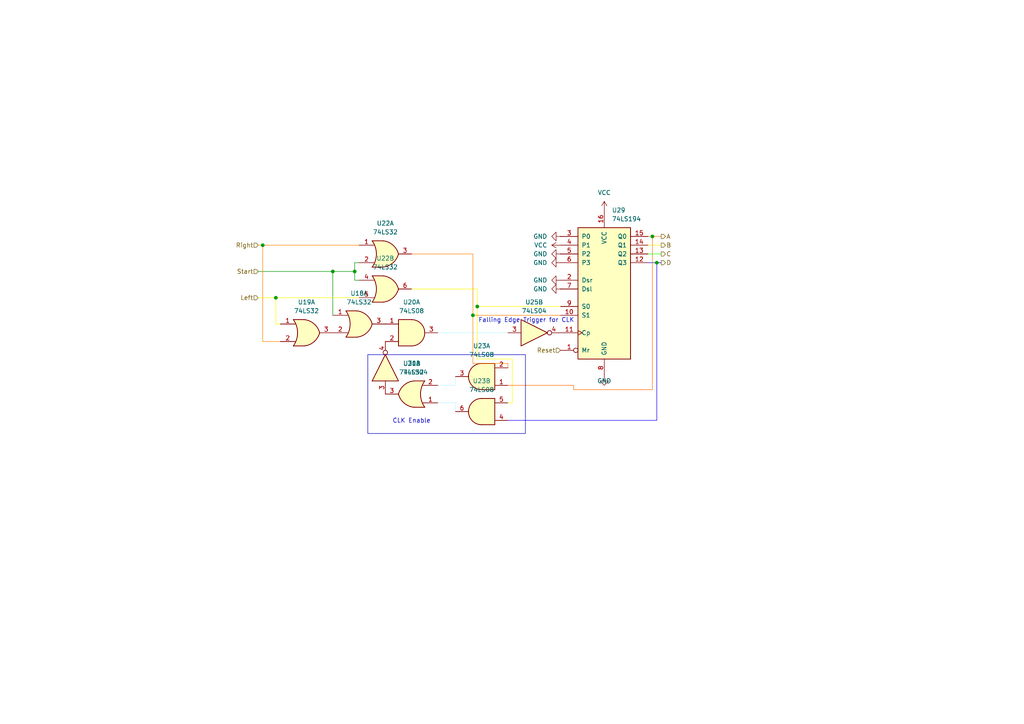
<source format=kicad_sch>
(kicad_sch
	(version 20250114)
	(generator "eeschema")
	(generator_version "9.0")
	(uuid "93741099-b1d1-46dc-9573-da7da452f05b")
	(paper "A4")
	(lib_symbols
		(symbol "74xx:74LS04"
			(exclude_from_sim no)
			(in_bom yes)
			(on_board yes)
			(property "Reference" "U"
				(at 0 1.27 0)
				(effects
					(font
						(size 1.27 1.27)
					)
				)
			)
			(property "Value" "74LS04"
				(at 0 -1.27 0)
				(effects
					(font
						(size 1.27 1.27)
					)
				)
			)
			(property "Footprint" ""
				(at 0 0 0)
				(effects
					(font
						(size 1.27 1.27)
					)
					(hide yes)
				)
			)
			(property "Datasheet" "http://www.ti.com/lit/gpn/sn74LS04"
				(at 0 0 0)
				(effects
					(font
						(size 1.27 1.27)
					)
					(hide yes)
				)
			)
			(property "Description" "Hex Inverter"
				(at 0 0 0)
				(effects
					(font
						(size 1.27 1.27)
					)
					(hide yes)
				)
			)
			(property "ki_locked" ""
				(at 0 0 0)
				(effects
					(font
						(size 1.27 1.27)
					)
				)
			)
			(property "ki_keywords" "TTL not inv"
				(at 0 0 0)
				(effects
					(font
						(size 1.27 1.27)
					)
					(hide yes)
				)
			)
			(property "ki_fp_filters" "DIP*W7.62mm* SSOP?14* TSSOP?14*"
				(at 0 0 0)
				(effects
					(font
						(size 1.27 1.27)
					)
					(hide yes)
				)
			)
			(symbol "74LS04_1_0"
				(polyline
					(pts
						(xy -3.81 3.81) (xy -3.81 -3.81) (xy 3.81 0) (xy -3.81 3.81)
					)
					(stroke
						(width 0.254)
						(type default)
					)
					(fill
						(type background)
					)
				)
				(pin input line
					(at -7.62 0 0)
					(length 3.81)
					(name "~"
						(effects
							(font
								(size 1.27 1.27)
							)
						)
					)
					(number "1"
						(effects
							(font
								(size 1.27 1.27)
							)
						)
					)
				)
				(pin output inverted
					(at 7.62 0 180)
					(length 3.81)
					(name "~"
						(effects
							(font
								(size 1.27 1.27)
							)
						)
					)
					(number "2"
						(effects
							(font
								(size 1.27 1.27)
							)
						)
					)
				)
			)
			(symbol "74LS04_2_0"
				(polyline
					(pts
						(xy -3.81 3.81) (xy -3.81 -3.81) (xy 3.81 0) (xy -3.81 3.81)
					)
					(stroke
						(width 0.254)
						(type default)
					)
					(fill
						(type background)
					)
				)
				(pin input line
					(at -7.62 0 0)
					(length 3.81)
					(name "~"
						(effects
							(font
								(size 1.27 1.27)
							)
						)
					)
					(number "3"
						(effects
							(font
								(size 1.27 1.27)
							)
						)
					)
				)
				(pin output inverted
					(at 7.62 0 180)
					(length 3.81)
					(name "~"
						(effects
							(font
								(size 1.27 1.27)
							)
						)
					)
					(number "4"
						(effects
							(font
								(size 1.27 1.27)
							)
						)
					)
				)
			)
			(symbol "74LS04_3_0"
				(polyline
					(pts
						(xy -3.81 3.81) (xy -3.81 -3.81) (xy 3.81 0) (xy -3.81 3.81)
					)
					(stroke
						(width 0.254)
						(type default)
					)
					(fill
						(type background)
					)
				)
				(pin input line
					(at -7.62 0 0)
					(length 3.81)
					(name "~"
						(effects
							(font
								(size 1.27 1.27)
							)
						)
					)
					(number "5"
						(effects
							(font
								(size 1.27 1.27)
							)
						)
					)
				)
				(pin output inverted
					(at 7.62 0 180)
					(length 3.81)
					(name "~"
						(effects
							(font
								(size 1.27 1.27)
							)
						)
					)
					(number "6"
						(effects
							(font
								(size 1.27 1.27)
							)
						)
					)
				)
			)
			(symbol "74LS04_4_0"
				(polyline
					(pts
						(xy -3.81 3.81) (xy -3.81 -3.81) (xy 3.81 0) (xy -3.81 3.81)
					)
					(stroke
						(width 0.254)
						(type default)
					)
					(fill
						(type background)
					)
				)
				(pin input line
					(at -7.62 0 0)
					(length 3.81)
					(name "~"
						(effects
							(font
								(size 1.27 1.27)
							)
						)
					)
					(number "9"
						(effects
							(font
								(size 1.27 1.27)
							)
						)
					)
				)
				(pin output inverted
					(at 7.62 0 180)
					(length 3.81)
					(name "~"
						(effects
							(font
								(size 1.27 1.27)
							)
						)
					)
					(number "8"
						(effects
							(font
								(size 1.27 1.27)
							)
						)
					)
				)
			)
			(symbol "74LS04_5_0"
				(polyline
					(pts
						(xy -3.81 3.81) (xy -3.81 -3.81) (xy 3.81 0) (xy -3.81 3.81)
					)
					(stroke
						(width 0.254)
						(type default)
					)
					(fill
						(type background)
					)
				)
				(pin input line
					(at -7.62 0 0)
					(length 3.81)
					(name "~"
						(effects
							(font
								(size 1.27 1.27)
							)
						)
					)
					(number "11"
						(effects
							(font
								(size 1.27 1.27)
							)
						)
					)
				)
				(pin output inverted
					(at 7.62 0 180)
					(length 3.81)
					(name "~"
						(effects
							(font
								(size 1.27 1.27)
							)
						)
					)
					(number "10"
						(effects
							(font
								(size 1.27 1.27)
							)
						)
					)
				)
			)
			(symbol "74LS04_6_0"
				(polyline
					(pts
						(xy -3.81 3.81) (xy -3.81 -3.81) (xy 3.81 0) (xy -3.81 3.81)
					)
					(stroke
						(width 0.254)
						(type default)
					)
					(fill
						(type background)
					)
				)
				(pin input line
					(at -7.62 0 0)
					(length 3.81)
					(name "~"
						(effects
							(font
								(size 1.27 1.27)
							)
						)
					)
					(number "13"
						(effects
							(font
								(size 1.27 1.27)
							)
						)
					)
				)
				(pin output inverted
					(at 7.62 0 180)
					(length 3.81)
					(name "~"
						(effects
							(font
								(size 1.27 1.27)
							)
						)
					)
					(number "12"
						(effects
							(font
								(size 1.27 1.27)
							)
						)
					)
				)
			)
			(symbol "74LS04_7_0"
				(pin power_in line
					(at 0 12.7 270)
					(length 5.08)
					(name "VCC"
						(effects
							(font
								(size 1.27 1.27)
							)
						)
					)
					(number "14"
						(effects
							(font
								(size 1.27 1.27)
							)
						)
					)
				)
				(pin power_in line
					(at 0 -12.7 90)
					(length 5.08)
					(name "GND"
						(effects
							(font
								(size 1.27 1.27)
							)
						)
					)
					(number "7"
						(effects
							(font
								(size 1.27 1.27)
							)
						)
					)
				)
			)
			(symbol "74LS04_7_1"
				(rectangle
					(start -5.08 7.62)
					(end 5.08 -7.62)
					(stroke
						(width 0.254)
						(type default)
					)
					(fill
						(type background)
					)
				)
			)
			(embedded_fonts no)
		)
		(symbol "74xx:74LS08"
			(pin_names
				(offset 1.016)
			)
			(exclude_from_sim no)
			(in_bom yes)
			(on_board yes)
			(property "Reference" "U"
				(at 0 1.27 0)
				(effects
					(font
						(size 1.27 1.27)
					)
				)
			)
			(property "Value" "74LS08"
				(at 0 -1.27 0)
				(effects
					(font
						(size 1.27 1.27)
					)
				)
			)
			(property "Footprint" ""
				(at 0 0 0)
				(effects
					(font
						(size 1.27 1.27)
					)
					(hide yes)
				)
			)
			(property "Datasheet" "http://www.ti.com/lit/gpn/sn74LS08"
				(at 0 0 0)
				(effects
					(font
						(size 1.27 1.27)
					)
					(hide yes)
				)
			)
			(property "Description" "Quad And2"
				(at 0 0 0)
				(effects
					(font
						(size 1.27 1.27)
					)
					(hide yes)
				)
			)
			(property "ki_locked" ""
				(at 0 0 0)
				(effects
					(font
						(size 1.27 1.27)
					)
				)
			)
			(property "ki_keywords" "TTL and2"
				(at 0 0 0)
				(effects
					(font
						(size 1.27 1.27)
					)
					(hide yes)
				)
			)
			(property "ki_fp_filters" "DIP*W7.62mm*"
				(at 0 0 0)
				(effects
					(font
						(size 1.27 1.27)
					)
					(hide yes)
				)
			)
			(symbol "74LS08_1_1"
				(arc
					(start 0 3.81)
					(mid 3.7934 0)
					(end 0 -3.81)
					(stroke
						(width 0.254)
						(type default)
					)
					(fill
						(type background)
					)
				)
				(polyline
					(pts
						(xy 0 3.81) (xy -3.81 3.81) (xy -3.81 -3.81) (xy 0 -3.81)
					)
					(stroke
						(width 0.254)
						(type default)
					)
					(fill
						(type background)
					)
				)
				(pin input line
					(at -7.62 2.54 0)
					(length 3.81)
					(name "~"
						(effects
							(font
								(size 1.27 1.27)
							)
						)
					)
					(number "1"
						(effects
							(font
								(size 1.27 1.27)
							)
						)
					)
				)
				(pin input line
					(at -7.62 -2.54 0)
					(length 3.81)
					(name "~"
						(effects
							(font
								(size 1.27 1.27)
							)
						)
					)
					(number "2"
						(effects
							(font
								(size 1.27 1.27)
							)
						)
					)
				)
				(pin output line
					(at 7.62 0 180)
					(length 3.81)
					(name "~"
						(effects
							(font
								(size 1.27 1.27)
							)
						)
					)
					(number "3"
						(effects
							(font
								(size 1.27 1.27)
							)
						)
					)
				)
			)
			(symbol "74LS08_1_2"
				(arc
					(start -3.81 3.81)
					(mid -2.589 0)
					(end -3.81 -3.81)
					(stroke
						(width 0.254)
						(type default)
					)
					(fill
						(type none)
					)
				)
				(polyline
					(pts
						(xy -3.81 3.81) (xy -0.635 3.81)
					)
					(stroke
						(width 0.254)
						(type default)
					)
					(fill
						(type background)
					)
				)
				(polyline
					(pts
						(xy -3.81 -3.81) (xy -0.635 -3.81)
					)
					(stroke
						(width 0.254)
						(type default)
					)
					(fill
						(type background)
					)
				)
				(arc
					(start 3.81 0)
					(mid 2.1855 -2.584)
					(end -0.6096 -3.81)
					(stroke
						(width 0.254)
						(type default)
					)
					(fill
						(type background)
					)
				)
				(arc
					(start -0.6096 3.81)
					(mid 2.1928 2.5924)
					(end 3.81 0)
					(stroke
						(width 0.254)
						(type default)
					)
					(fill
						(type background)
					)
				)
				(polyline
					(pts
						(xy -0.635 3.81) (xy -3.81 3.81) (xy -3.81 3.81) (xy -3.556 3.4036) (xy -3.0226 2.2606) (xy -2.6924 1.0414)
						(xy -2.6162 -0.254) (xy -2.7686 -1.4986) (xy -3.175 -2.7178) (xy -3.81 -3.81) (xy -3.81 -3.81)
						(xy -0.635 -3.81)
					)
					(stroke
						(width -25.4)
						(type default)
					)
					(fill
						(type background)
					)
				)
				(pin input inverted
					(at -7.62 2.54 0)
					(length 4.318)
					(name "~"
						(effects
							(font
								(size 1.27 1.27)
							)
						)
					)
					(number "1"
						(effects
							(font
								(size 1.27 1.27)
							)
						)
					)
				)
				(pin input inverted
					(at -7.62 -2.54 0)
					(length 4.318)
					(name "~"
						(effects
							(font
								(size 1.27 1.27)
							)
						)
					)
					(number "2"
						(effects
							(font
								(size 1.27 1.27)
							)
						)
					)
				)
				(pin output inverted
					(at 7.62 0 180)
					(length 3.81)
					(name "~"
						(effects
							(font
								(size 1.27 1.27)
							)
						)
					)
					(number "3"
						(effects
							(font
								(size 1.27 1.27)
							)
						)
					)
				)
			)
			(symbol "74LS08_2_1"
				(arc
					(start 0 3.81)
					(mid 3.7934 0)
					(end 0 -3.81)
					(stroke
						(width 0.254)
						(type default)
					)
					(fill
						(type background)
					)
				)
				(polyline
					(pts
						(xy 0 3.81) (xy -3.81 3.81) (xy -3.81 -3.81) (xy 0 -3.81)
					)
					(stroke
						(width 0.254)
						(type default)
					)
					(fill
						(type background)
					)
				)
				(pin input line
					(at -7.62 2.54 0)
					(length 3.81)
					(name "~"
						(effects
							(font
								(size 1.27 1.27)
							)
						)
					)
					(number "4"
						(effects
							(font
								(size 1.27 1.27)
							)
						)
					)
				)
				(pin input line
					(at -7.62 -2.54 0)
					(length 3.81)
					(name "~"
						(effects
							(font
								(size 1.27 1.27)
							)
						)
					)
					(number "5"
						(effects
							(font
								(size 1.27 1.27)
							)
						)
					)
				)
				(pin output line
					(at 7.62 0 180)
					(length 3.81)
					(name "~"
						(effects
							(font
								(size 1.27 1.27)
							)
						)
					)
					(number "6"
						(effects
							(font
								(size 1.27 1.27)
							)
						)
					)
				)
			)
			(symbol "74LS08_2_2"
				(arc
					(start -3.81 3.81)
					(mid -2.589 0)
					(end -3.81 -3.81)
					(stroke
						(width 0.254)
						(type default)
					)
					(fill
						(type none)
					)
				)
				(polyline
					(pts
						(xy -3.81 3.81) (xy -0.635 3.81)
					)
					(stroke
						(width 0.254)
						(type default)
					)
					(fill
						(type background)
					)
				)
				(polyline
					(pts
						(xy -3.81 -3.81) (xy -0.635 -3.81)
					)
					(stroke
						(width 0.254)
						(type default)
					)
					(fill
						(type background)
					)
				)
				(arc
					(start 3.81 0)
					(mid 2.1855 -2.584)
					(end -0.6096 -3.81)
					(stroke
						(width 0.254)
						(type default)
					)
					(fill
						(type background)
					)
				)
				(arc
					(start -0.6096 3.81)
					(mid 2.1928 2.5924)
					(end 3.81 0)
					(stroke
						(width 0.254)
						(type default)
					)
					(fill
						(type background)
					)
				)
				(polyline
					(pts
						(xy -0.635 3.81) (xy -3.81 3.81) (xy -3.81 3.81) (xy -3.556 3.4036) (xy -3.0226 2.2606) (xy -2.6924 1.0414)
						(xy -2.6162 -0.254) (xy -2.7686 -1.4986) (xy -3.175 -2.7178) (xy -3.81 -3.81) (xy -3.81 -3.81)
						(xy -0.635 -3.81)
					)
					(stroke
						(width -25.4)
						(type default)
					)
					(fill
						(type background)
					)
				)
				(pin input inverted
					(at -7.62 2.54 0)
					(length 4.318)
					(name "~"
						(effects
							(font
								(size 1.27 1.27)
							)
						)
					)
					(number "4"
						(effects
							(font
								(size 1.27 1.27)
							)
						)
					)
				)
				(pin input inverted
					(at -7.62 -2.54 0)
					(length 4.318)
					(name "~"
						(effects
							(font
								(size 1.27 1.27)
							)
						)
					)
					(number "5"
						(effects
							(font
								(size 1.27 1.27)
							)
						)
					)
				)
				(pin output inverted
					(at 7.62 0 180)
					(length 3.81)
					(name "~"
						(effects
							(font
								(size 1.27 1.27)
							)
						)
					)
					(number "6"
						(effects
							(font
								(size 1.27 1.27)
							)
						)
					)
				)
			)
			(symbol "74LS08_3_1"
				(arc
					(start 0 3.81)
					(mid 3.7934 0)
					(end 0 -3.81)
					(stroke
						(width 0.254)
						(type default)
					)
					(fill
						(type background)
					)
				)
				(polyline
					(pts
						(xy 0 3.81) (xy -3.81 3.81) (xy -3.81 -3.81) (xy 0 -3.81)
					)
					(stroke
						(width 0.254)
						(type default)
					)
					(fill
						(type background)
					)
				)
				(pin input line
					(at -7.62 2.54 0)
					(length 3.81)
					(name "~"
						(effects
							(font
								(size 1.27 1.27)
							)
						)
					)
					(number "9"
						(effects
							(font
								(size 1.27 1.27)
							)
						)
					)
				)
				(pin input line
					(at -7.62 -2.54 0)
					(length 3.81)
					(name "~"
						(effects
							(font
								(size 1.27 1.27)
							)
						)
					)
					(number "10"
						(effects
							(font
								(size 1.27 1.27)
							)
						)
					)
				)
				(pin output line
					(at 7.62 0 180)
					(length 3.81)
					(name "~"
						(effects
							(font
								(size 1.27 1.27)
							)
						)
					)
					(number "8"
						(effects
							(font
								(size 1.27 1.27)
							)
						)
					)
				)
			)
			(symbol "74LS08_3_2"
				(arc
					(start -3.81 3.81)
					(mid -2.589 0)
					(end -3.81 -3.81)
					(stroke
						(width 0.254)
						(type default)
					)
					(fill
						(type none)
					)
				)
				(polyline
					(pts
						(xy -3.81 3.81) (xy -0.635 3.81)
					)
					(stroke
						(width 0.254)
						(type default)
					)
					(fill
						(type background)
					)
				)
				(polyline
					(pts
						(xy -3.81 -3.81) (xy -0.635 -3.81)
					)
					(stroke
						(width 0.254)
						(type default)
					)
					(fill
						(type background)
					)
				)
				(arc
					(start 3.81 0)
					(mid 2.1855 -2.584)
					(end -0.6096 -3.81)
					(stroke
						(width 0.254)
						(type default)
					)
					(fill
						(type background)
					)
				)
				(arc
					(start -0.6096 3.81)
					(mid 2.1928 2.5924)
					(end 3.81 0)
					(stroke
						(width 0.254)
						(type default)
					)
					(fill
						(type background)
					)
				)
				(polyline
					(pts
						(xy -0.635 3.81) (xy -3.81 3.81) (xy -3.81 3.81) (xy -3.556 3.4036) (xy -3.0226 2.2606) (xy -2.6924 1.0414)
						(xy -2.6162 -0.254) (xy -2.7686 -1.4986) (xy -3.175 -2.7178) (xy -3.81 -3.81) (xy -3.81 -3.81)
						(xy -0.635 -3.81)
					)
					(stroke
						(width -25.4)
						(type default)
					)
					(fill
						(type background)
					)
				)
				(pin input inverted
					(at -7.62 2.54 0)
					(length 4.318)
					(name "~"
						(effects
							(font
								(size 1.27 1.27)
							)
						)
					)
					(number "9"
						(effects
							(font
								(size 1.27 1.27)
							)
						)
					)
				)
				(pin input inverted
					(at -7.62 -2.54 0)
					(length 4.318)
					(name "~"
						(effects
							(font
								(size 1.27 1.27)
							)
						)
					)
					(number "10"
						(effects
							(font
								(size 1.27 1.27)
							)
						)
					)
				)
				(pin output inverted
					(at 7.62 0 180)
					(length 3.81)
					(name "~"
						(effects
							(font
								(size 1.27 1.27)
							)
						)
					)
					(number "8"
						(effects
							(font
								(size 1.27 1.27)
							)
						)
					)
				)
			)
			(symbol "74LS08_4_1"
				(arc
					(start 0 3.81)
					(mid 3.7934 0)
					(end 0 -3.81)
					(stroke
						(width 0.254)
						(type default)
					)
					(fill
						(type background)
					)
				)
				(polyline
					(pts
						(xy 0 3.81) (xy -3.81 3.81) (xy -3.81 -3.81) (xy 0 -3.81)
					)
					(stroke
						(width 0.254)
						(type default)
					)
					(fill
						(type background)
					)
				)
				(pin input line
					(at -7.62 2.54 0)
					(length 3.81)
					(name "~"
						(effects
							(font
								(size 1.27 1.27)
							)
						)
					)
					(number "12"
						(effects
							(font
								(size 1.27 1.27)
							)
						)
					)
				)
				(pin input line
					(at -7.62 -2.54 0)
					(length 3.81)
					(name "~"
						(effects
							(font
								(size 1.27 1.27)
							)
						)
					)
					(number "13"
						(effects
							(font
								(size 1.27 1.27)
							)
						)
					)
				)
				(pin output line
					(at 7.62 0 180)
					(length 3.81)
					(name "~"
						(effects
							(font
								(size 1.27 1.27)
							)
						)
					)
					(number "11"
						(effects
							(font
								(size 1.27 1.27)
							)
						)
					)
				)
			)
			(symbol "74LS08_4_2"
				(arc
					(start -3.81 3.81)
					(mid -2.589 0)
					(end -3.81 -3.81)
					(stroke
						(width 0.254)
						(type default)
					)
					(fill
						(type none)
					)
				)
				(polyline
					(pts
						(xy -3.81 3.81) (xy -0.635 3.81)
					)
					(stroke
						(width 0.254)
						(type default)
					)
					(fill
						(type background)
					)
				)
				(polyline
					(pts
						(xy -3.81 -3.81) (xy -0.635 -3.81)
					)
					(stroke
						(width 0.254)
						(type default)
					)
					(fill
						(type background)
					)
				)
				(arc
					(start 3.81 0)
					(mid 2.1855 -2.584)
					(end -0.6096 -3.81)
					(stroke
						(width 0.254)
						(type default)
					)
					(fill
						(type background)
					)
				)
				(arc
					(start -0.6096 3.81)
					(mid 2.1928 2.5924)
					(end 3.81 0)
					(stroke
						(width 0.254)
						(type default)
					)
					(fill
						(type background)
					)
				)
				(polyline
					(pts
						(xy -0.635 3.81) (xy -3.81 3.81) (xy -3.81 3.81) (xy -3.556 3.4036) (xy -3.0226 2.2606) (xy -2.6924 1.0414)
						(xy -2.6162 -0.254) (xy -2.7686 -1.4986) (xy -3.175 -2.7178) (xy -3.81 -3.81) (xy -3.81 -3.81)
						(xy -0.635 -3.81)
					)
					(stroke
						(width -25.4)
						(type default)
					)
					(fill
						(type background)
					)
				)
				(pin input inverted
					(at -7.62 2.54 0)
					(length 4.318)
					(name "~"
						(effects
							(font
								(size 1.27 1.27)
							)
						)
					)
					(number "12"
						(effects
							(font
								(size 1.27 1.27)
							)
						)
					)
				)
				(pin input inverted
					(at -7.62 -2.54 0)
					(length 4.318)
					(name "~"
						(effects
							(font
								(size 1.27 1.27)
							)
						)
					)
					(number "13"
						(effects
							(font
								(size 1.27 1.27)
							)
						)
					)
				)
				(pin output inverted
					(at 7.62 0 180)
					(length 3.81)
					(name "~"
						(effects
							(font
								(size 1.27 1.27)
							)
						)
					)
					(number "11"
						(effects
							(font
								(size 1.27 1.27)
							)
						)
					)
				)
			)
			(symbol "74LS08_5_0"
				(pin power_in line
					(at 0 12.7 270)
					(length 5.08)
					(name "VCC"
						(effects
							(font
								(size 1.27 1.27)
							)
						)
					)
					(number "14"
						(effects
							(font
								(size 1.27 1.27)
							)
						)
					)
				)
				(pin power_in line
					(at 0 -12.7 90)
					(length 5.08)
					(name "GND"
						(effects
							(font
								(size 1.27 1.27)
							)
						)
					)
					(number "7"
						(effects
							(font
								(size 1.27 1.27)
							)
						)
					)
				)
			)
			(symbol "74LS08_5_1"
				(rectangle
					(start -5.08 7.62)
					(end 5.08 -7.62)
					(stroke
						(width 0.254)
						(type default)
					)
					(fill
						(type background)
					)
				)
			)
			(embedded_fonts no)
		)
		(symbol "74xx:74LS194"
			(pin_names
				(offset 1.016)
			)
			(exclude_from_sim no)
			(in_bom yes)
			(on_board yes)
			(property "Reference" "U"
				(at -7.62 19.05 0)
				(effects
					(font
						(size 1.27 1.27)
					)
				)
			)
			(property "Value" "74LS194"
				(at -7.62 -21.59 0)
				(effects
					(font
						(size 1.27 1.27)
					)
				)
			)
			(property "Footprint" ""
				(at 0 0 0)
				(effects
					(font
						(size 1.27 1.27)
					)
					(hide yes)
				)
			)
			(property "Datasheet" "http://www.ti.com/lit/gpn/sn74LS194"
				(at 0 0 0)
				(effects
					(font
						(size 1.27 1.27)
					)
					(hide yes)
				)
			)
			(property "Description" "Shift Register 4-bit Bidirectional"
				(at 0 0 0)
				(effects
					(font
						(size 1.27 1.27)
					)
					(hide yes)
				)
			)
			(property "ki_locked" ""
				(at 0 0 0)
				(effects
					(font
						(size 1.27 1.27)
					)
				)
			)
			(property "ki_keywords" "TTL RS SR4"
				(at 0 0 0)
				(effects
					(font
						(size 1.27 1.27)
					)
					(hide yes)
				)
			)
			(property "ki_fp_filters" "DIP?16*"
				(at 0 0 0)
				(effects
					(font
						(size 1.27 1.27)
					)
					(hide yes)
				)
			)
			(symbol "74LS194_1_0"
				(pin input line
					(at -12.7 15.24 0)
					(length 5.08)
					(name "P0"
						(effects
							(font
								(size 1.27 1.27)
							)
						)
					)
					(number "3"
						(effects
							(font
								(size 1.27 1.27)
							)
						)
					)
				)
				(pin input line
					(at -12.7 12.7 0)
					(length 5.08)
					(name "P1"
						(effects
							(font
								(size 1.27 1.27)
							)
						)
					)
					(number "4"
						(effects
							(font
								(size 1.27 1.27)
							)
						)
					)
				)
				(pin input line
					(at -12.7 10.16 0)
					(length 5.08)
					(name "P2"
						(effects
							(font
								(size 1.27 1.27)
							)
						)
					)
					(number "5"
						(effects
							(font
								(size 1.27 1.27)
							)
						)
					)
				)
				(pin input line
					(at -12.7 7.62 0)
					(length 5.08)
					(name "P3"
						(effects
							(font
								(size 1.27 1.27)
							)
						)
					)
					(number "6"
						(effects
							(font
								(size 1.27 1.27)
							)
						)
					)
				)
				(pin input line
					(at -12.7 2.54 0)
					(length 5.08)
					(name "Dsr"
						(effects
							(font
								(size 1.27 1.27)
							)
						)
					)
					(number "2"
						(effects
							(font
								(size 1.27 1.27)
							)
						)
					)
				)
				(pin input line
					(at -12.7 0 0)
					(length 5.08)
					(name "Dsl"
						(effects
							(font
								(size 1.27 1.27)
							)
						)
					)
					(number "7"
						(effects
							(font
								(size 1.27 1.27)
							)
						)
					)
				)
				(pin input line
					(at -12.7 -5.08 0)
					(length 5.08)
					(name "S0"
						(effects
							(font
								(size 1.27 1.27)
							)
						)
					)
					(number "9"
						(effects
							(font
								(size 1.27 1.27)
							)
						)
					)
				)
				(pin input line
					(at -12.7 -7.62 0)
					(length 5.08)
					(name "S1"
						(effects
							(font
								(size 1.27 1.27)
							)
						)
					)
					(number "10"
						(effects
							(font
								(size 1.27 1.27)
							)
						)
					)
				)
				(pin input clock
					(at -12.7 -12.7 0)
					(length 5.08)
					(name "Cp"
						(effects
							(font
								(size 1.27 1.27)
							)
						)
					)
					(number "11"
						(effects
							(font
								(size 1.27 1.27)
							)
						)
					)
				)
				(pin input inverted
					(at -12.7 -17.78 0)
					(length 5.08)
					(name "Mr"
						(effects
							(font
								(size 1.27 1.27)
							)
						)
					)
					(number "1"
						(effects
							(font
								(size 1.27 1.27)
							)
						)
					)
				)
				(pin power_in line
					(at 0 22.86 270)
					(length 5.08)
					(name "VCC"
						(effects
							(font
								(size 1.27 1.27)
							)
						)
					)
					(number "16"
						(effects
							(font
								(size 1.27 1.27)
							)
						)
					)
				)
				(pin power_in line
					(at 0 -25.4 90)
					(length 5.08)
					(name "GND"
						(effects
							(font
								(size 1.27 1.27)
							)
						)
					)
					(number "8"
						(effects
							(font
								(size 1.27 1.27)
							)
						)
					)
				)
				(pin output line
					(at 12.7 15.24 180)
					(length 5.08)
					(name "Q0"
						(effects
							(font
								(size 1.27 1.27)
							)
						)
					)
					(number "15"
						(effects
							(font
								(size 1.27 1.27)
							)
						)
					)
				)
				(pin output line
					(at 12.7 12.7 180)
					(length 5.08)
					(name "Q1"
						(effects
							(font
								(size 1.27 1.27)
							)
						)
					)
					(number "14"
						(effects
							(font
								(size 1.27 1.27)
							)
						)
					)
				)
				(pin output line
					(at 12.7 10.16 180)
					(length 5.08)
					(name "Q2"
						(effects
							(font
								(size 1.27 1.27)
							)
						)
					)
					(number "13"
						(effects
							(font
								(size 1.27 1.27)
							)
						)
					)
				)
				(pin output line
					(at 12.7 7.62 180)
					(length 5.08)
					(name "Q3"
						(effects
							(font
								(size 1.27 1.27)
							)
						)
					)
					(number "12"
						(effects
							(font
								(size 1.27 1.27)
							)
						)
					)
				)
			)
			(symbol "74LS194_1_1"
				(rectangle
					(start -7.62 17.78)
					(end 7.62 -20.32)
					(stroke
						(width 0.254)
						(type default)
					)
					(fill
						(type background)
					)
				)
			)
			(embedded_fonts no)
		)
		(symbol "74xx:74LS32"
			(pin_names
				(offset 1.016)
			)
			(exclude_from_sim no)
			(in_bom yes)
			(on_board yes)
			(property "Reference" "U"
				(at 0 1.27 0)
				(effects
					(font
						(size 1.27 1.27)
					)
				)
			)
			(property "Value" "74LS32"
				(at 0 -1.27 0)
				(effects
					(font
						(size 1.27 1.27)
					)
				)
			)
			(property "Footprint" ""
				(at 0 0 0)
				(effects
					(font
						(size 1.27 1.27)
					)
					(hide yes)
				)
			)
			(property "Datasheet" "http://www.ti.com/lit/gpn/sn74LS32"
				(at 0 0 0)
				(effects
					(font
						(size 1.27 1.27)
					)
					(hide yes)
				)
			)
			(property "Description" "Quad 2-input OR"
				(at 0 0 0)
				(effects
					(font
						(size 1.27 1.27)
					)
					(hide yes)
				)
			)
			(property "ki_locked" ""
				(at 0 0 0)
				(effects
					(font
						(size 1.27 1.27)
					)
				)
			)
			(property "ki_keywords" "TTL Or2"
				(at 0 0 0)
				(effects
					(font
						(size 1.27 1.27)
					)
					(hide yes)
				)
			)
			(property "ki_fp_filters" "DIP?14*"
				(at 0 0 0)
				(effects
					(font
						(size 1.27 1.27)
					)
					(hide yes)
				)
			)
			(symbol "74LS32_1_1"
				(arc
					(start -3.81 3.81)
					(mid -2.589 0)
					(end -3.81 -3.81)
					(stroke
						(width 0.254)
						(type default)
					)
					(fill
						(type none)
					)
				)
				(polyline
					(pts
						(xy -3.81 3.81) (xy -0.635 3.81)
					)
					(stroke
						(width 0.254)
						(type default)
					)
					(fill
						(type background)
					)
				)
				(polyline
					(pts
						(xy -3.81 -3.81) (xy -0.635 -3.81)
					)
					(stroke
						(width 0.254)
						(type default)
					)
					(fill
						(type background)
					)
				)
				(arc
					(start 3.81 0)
					(mid 2.1855 -2.584)
					(end -0.6096 -3.81)
					(stroke
						(width 0.254)
						(type default)
					)
					(fill
						(type background)
					)
				)
				(arc
					(start -0.6096 3.81)
					(mid 2.1928 2.5924)
					(end 3.81 0)
					(stroke
						(width 0.254)
						(type default)
					)
					(fill
						(type background)
					)
				)
				(polyline
					(pts
						(xy -0.635 3.81) (xy -3.81 3.81) (xy -3.81 3.81) (xy -3.556 3.4036) (xy -3.0226 2.2606) (xy -2.6924 1.0414)
						(xy -2.6162 -0.254) (xy -2.7686 -1.4986) (xy -3.175 -2.7178) (xy -3.81 -3.81) (xy -3.81 -3.81)
						(xy -0.635 -3.81)
					)
					(stroke
						(width -25.4)
						(type default)
					)
					(fill
						(type background)
					)
				)
				(pin input line
					(at -7.62 2.54 0)
					(length 4.318)
					(name "~"
						(effects
							(font
								(size 1.27 1.27)
							)
						)
					)
					(number "1"
						(effects
							(font
								(size 1.27 1.27)
							)
						)
					)
				)
				(pin input line
					(at -7.62 -2.54 0)
					(length 4.318)
					(name "~"
						(effects
							(font
								(size 1.27 1.27)
							)
						)
					)
					(number "2"
						(effects
							(font
								(size 1.27 1.27)
							)
						)
					)
				)
				(pin output line
					(at 7.62 0 180)
					(length 3.81)
					(name "~"
						(effects
							(font
								(size 1.27 1.27)
							)
						)
					)
					(number "3"
						(effects
							(font
								(size 1.27 1.27)
							)
						)
					)
				)
			)
			(symbol "74LS32_1_2"
				(arc
					(start 0 3.81)
					(mid 3.7934 0)
					(end 0 -3.81)
					(stroke
						(width 0.254)
						(type default)
					)
					(fill
						(type background)
					)
				)
				(polyline
					(pts
						(xy 0 3.81) (xy -3.81 3.81) (xy -3.81 -3.81) (xy 0 -3.81)
					)
					(stroke
						(width 0.254)
						(type default)
					)
					(fill
						(type background)
					)
				)
				(pin input inverted
					(at -7.62 2.54 0)
					(length 3.81)
					(name "~"
						(effects
							(font
								(size 1.27 1.27)
							)
						)
					)
					(number "1"
						(effects
							(font
								(size 1.27 1.27)
							)
						)
					)
				)
				(pin input inverted
					(at -7.62 -2.54 0)
					(length 3.81)
					(name "~"
						(effects
							(font
								(size 1.27 1.27)
							)
						)
					)
					(number "2"
						(effects
							(font
								(size 1.27 1.27)
							)
						)
					)
				)
				(pin output inverted
					(at 7.62 0 180)
					(length 3.81)
					(name "~"
						(effects
							(font
								(size 1.27 1.27)
							)
						)
					)
					(number "3"
						(effects
							(font
								(size 1.27 1.27)
							)
						)
					)
				)
			)
			(symbol "74LS32_2_1"
				(arc
					(start -3.81 3.81)
					(mid -2.589 0)
					(end -3.81 -3.81)
					(stroke
						(width 0.254)
						(type default)
					)
					(fill
						(type none)
					)
				)
				(polyline
					(pts
						(xy -3.81 3.81) (xy -0.635 3.81)
					)
					(stroke
						(width 0.254)
						(type default)
					)
					(fill
						(type background)
					)
				)
				(polyline
					(pts
						(xy -3.81 -3.81) (xy -0.635 -3.81)
					)
					(stroke
						(width 0.254)
						(type default)
					)
					(fill
						(type background)
					)
				)
				(arc
					(start 3.81 0)
					(mid 2.1855 -2.584)
					(end -0.6096 -3.81)
					(stroke
						(width 0.254)
						(type default)
					)
					(fill
						(type background)
					)
				)
				(arc
					(start -0.6096 3.81)
					(mid 2.1928 2.5924)
					(end 3.81 0)
					(stroke
						(width 0.254)
						(type default)
					)
					(fill
						(type background)
					)
				)
				(polyline
					(pts
						(xy -0.635 3.81) (xy -3.81 3.81) (xy -3.81 3.81) (xy -3.556 3.4036) (xy -3.0226 2.2606) (xy -2.6924 1.0414)
						(xy -2.6162 -0.254) (xy -2.7686 -1.4986) (xy -3.175 -2.7178) (xy -3.81 -3.81) (xy -3.81 -3.81)
						(xy -0.635 -3.81)
					)
					(stroke
						(width -25.4)
						(type default)
					)
					(fill
						(type background)
					)
				)
				(pin input line
					(at -7.62 2.54 0)
					(length 4.318)
					(name "~"
						(effects
							(font
								(size 1.27 1.27)
							)
						)
					)
					(number "4"
						(effects
							(font
								(size 1.27 1.27)
							)
						)
					)
				)
				(pin input line
					(at -7.62 -2.54 0)
					(length 4.318)
					(name "~"
						(effects
							(font
								(size 1.27 1.27)
							)
						)
					)
					(number "5"
						(effects
							(font
								(size 1.27 1.27)
							)
						)
					)
				)
				(pin output line
					(at 7.62 0 180)
					(length 3.81)
					(name "~"
						(effects
							(font
								(size 1.27 1.27)
							)
						)
					)
					(number "6"
						(effects
							(font
								(size 1.27 1.27)
							)
						)
					)
				)
			)
			(symbol "74LS32_2_2"
				(arc
					(start 0 3.81)
					(mid 3.7934 0)
					(end 0 -3.81)
					(stroke
						(width 0.254)
						(type default)
					)
					(fill
						(type background)
					)
				)
				(polyline
					(pts
						(xy 0 3.81) (xy -3.81 3.81) (xy -3.81 -3.81) (xy 0 -3.81)
					)
					(stroke
						(width 0.254)
						(type default)
					)
					(fill
						(type background)
					)
				)
				(pin input inverted
					(at -7.62 2.54 0)
					(length 3.81)
					(name "~"
						(effects
							(font
								(size 1.27 1.27)
							)
						)
					)
					(number "4"
						(effects
							(font
								(size 1.27 1.27)
							)
						)
					)
				)
				(pin input inverted
					(at -7.62 -2.54 0)
					(length 3.81)
					(name "~"
						(effects
							(font
								(size 1.27 1.27)
							)
						)
					)
					(number "5"
						(effects
							(font
								(size 1.27 1.27)
							)
						)
					)
				)
				(pin output inverted
					(at 7.62 0 180)
					(length 3.81)
					(name "~"
						(effects
							(font
								(size 1.27 1.27)
							)
						)
					)
					(number "6"
						(effects
							(font
								(size 1.27 1.27)
							)
						)
					)
				)
			)
			(symbol "74LS32_3_1"
				(arc
					(start -3.81 3.81)
					(mid -2.589 0)
					(end -3.81 -3.81)
					(stroke
						(width 0.254)
						(type default)
					)
					(fill
						(type none)
					)
				)
				(polyline
					(pts
						(xy -3.81 3.81) (xy -0.635 3.81)
					)
					(stroke
						(width 0.254)
						(type default)
					)
					(fill
						(type background)
					)
				)
				(polyline
					(pts
						(xy -3.81 -3.81) (xy -0.635 -3.81)
					)
					(stroke
						(width 0.254)
						(type default)
					)
					(fill
						(type background)
					)
				)
				(arc
					(start 3.81 0)
					(mid 2.1855 -2.584)
					(end -0.6096 -3.81)
					(stroke
						(width 0.254)
						(type default)
					)
					(fill
						(type background)
					)
				)
				(arc
					(start -0.6096 3.81)
					(mid 2.1928 2.5924)
					(end 3.81 0)
					(stroke
						(width 0.254)
						(type default)
					)
					(fill
						(type background)
					)
				)
				(polyline
					(pts
						(xy -0.635 3.81) (xy -3.81 3.81) (xy -3.81 3.81) (xy -3.556 3.4036) (xy -3.0226 2.2606) (xy -2.6924 1.0414)
						(xy -2.6162 -0.254) (xy -2.7686 -1.4986) (xy -3.175 -2.7178) (xy -3.81 -3.81) (xy -3.81 -3.81)
						(xy -0.635 -3.81)
					)
					(stroke
						(width -25.4)
						(type default)
					)
					(fill
						(type background)
					)
				)
				(pin input line
					(at -7.62 2.54 0)
					(length 4.318)
					(name "~"
						(effects
							(font
								(size 1.27 1.27)
							)
						)
					)
					(number "9"
						(effects
							(font
								(size 1.27 1.27)
							)
						)
					)
				)
				(pin input line
					(at -7.62 -2.54 0)
					(length 4.318)
					(name "~"
						(effects
							(font
								(size 1.27 1.27)
							)
						)
					)
					(number "10"
						(effects
							(font
								(size 1.27 1.27)
							)
						)
					)
				)
				(pin output line
					(at 7.62 0 180)
					(length 3.81)
					(name "~"
						(effects
							(font
								(size 1.27 1.27)
							)
						)
					)
					(number "8"
						(effects
							(font
								(size 1.27 1.27)
							)
						)
					)
				)
			)
			(symbol "74LS32_3_2"
				(arc
					(start 0 3.81)
					(mid 3.7934 0)
					(end 0 -3.81)
					(stroke
						(width 0.254)
						(type default)
					)
					(fill
						(type background)
					)
				)
				(polyline
					(pts
						(xy 0 3.81) (xy -3.81 3.81) (xy -3.81 -3.81) (xy 0 -3.81)
					)
					(stroke
						(width 0.254)
						(type default)
					)
					(fill
						(type background)
					)
				)
				(pin input inverted
					(at -7.62 2.54 0)
					(length 3.81)
					(name "~"
						(effects
							(font
								(size 1.27 1.27)
							)
						)
					)
					(number "9"
						(effects
							(font
								(size 1.27 1.27)
							)
						)
					)
				)
				(pin input inverted
					(at -7.62 -2.54 0)
					(length 3.81)
					(name "~"
						(effects
							(font
								(size 1.27 1.27)
							)
						)
					)
					(number "10"
						(effects
							(font
								(size 1.27 1.27)
							)
						)
					)
				)
				(pin output inverted
					(at 7.62 0 180)
					(length 3.81)
					(name "~"
						(effects
							(font
								(size 1.27 1.27)
							)
						)
					)
					(number "8"
						(effects
							(font
								(size 1.27 1.27)
							)
						)
					)
				)
			)
			(symbol "74LS32_4_1"
				(arc
					(start -3.81 3.81)
					(mid -2.589 0)
					(end -3.81 -3.81)
					(stroke
						(width 0.254)
						(type default)
					)
					(fill
						(type none)
					)
				)
				(polyline
					(pts
						(xy -3.81 3.81) (xy -0.635 3.81)
					)
					(stroke
						(width 0.254)
						(type default)
					)
					(fill
						(type background)
					)
				)
				(polyline
					(pts
						(xy -3.81 -3.81) (xy -0.635 -3.81)
					)
					(stroke
						(width 0.254)
						(type default)
					)
					(fill
						(type background)
					)
				)
				(arc
					(start 3.81 0)
					(mid 2.1855 -2.584)
					(end -0.6096 -3.81)
					(stroke
						(width 0.254)
						(type default)
					)
					(fill
						(type background)
					)
				)
				(arc
					(start -0.6096 3.81)
					(mid 2.1928 2.5924)
					(end 3.81 0)
					(stroke
						(width 0.254)
						(type default)
					)
					(fill
						(type background)
					)
				)
				(polyline
					(pts
						(xy -0.635 3.81) (xy -3.81 3.81) (xy -3.81 3.81) (xy -3.556 3.4036) (xy -3.0226 2.2606) (xy -2.6924 1.0414)
						(xy -2.6162 -0.254) (xy -2.7686 -1.4986) (xy -3.175 -2.7178) (xy -3.81 -3.81) (xy -3.81 -3.81)
						(xy -0.635 -3.81)
					)
					(stroke
						(width -25.4)
						(type default)
					)
					(fill
						(type background)
					)
				)
				(pin input line
					(at -7.62 2.54 0)
					(length 4.318)
					(name "~"
						(effects
							(font
								(size 1.27 1.27)
							)
						)
					)
					(number "12"
						(effects
							(font
								(size 1.27 1.27)
							)
						)
					)
				)
				(pin input line
					(at -7.62 -2.54 0)
					(length 4.318)
					(name "~"
						(effects
							(font
								(size 1.27 1.27)
							)
						)
					)
					(number "13"
						(effects
							(font
								(size 1.27 1.27)
							)
						)
					)
				)
				(pin output line
					(at 7.62 0 180)
					(length 3.81)
					(name "~"
						(effects
							(font
								(size 1.27 1.27)
							)
						)
					)
					(number "11"
						(effects
							(font
								(size 1.27 1.27)
							)
						)
					)
				)
			)
			(symbol "74LS32_4_2"
				(arc
					(start 0 3.81)
					(mid 3.7934 0)
					(end 0 -3.81)
					(stroke
						(width 0.254)
						(type default)
					)
					(fill
						(type background)
					)
				)
				(polyline
					(pts
						(xy 0 3.81) (xy -3.81 3.81) (xy -3.81 -3.81) (xy 0 -3.81)
					)
					(stroke
						(width 0.254)
						(type default)
					)
					(fill
						(type background)
					)
				)
				(pin input inverted
					(at -7.62 2.54 0)
					(length 3.81)
					(name "~"
						(effects
							(font
								(size 1.27 1.27)
							)
						)
					)
					(number "12"
						(effects
							(font
								(size 1.27 1.27)
							)
						)
					)
				)
				(pin input inverted
					(at -7.62 -2.54 0)
					(length 3.81)
					(name "~"
						(effects
							(font
								(size 1.27 1.27)
							)
						)
					)
					(number "13"
						(effects
							(font
								(size 1.27 1.27)
							)
						)
					)
				)
				(pin output inverted
					(at 7.62 0 180)
					(length 3.81)
					(name "~"
						(effects
							(font
								(size 1.27 1.27)
							)
						)
					)
					(number "11"
						(effects
							(font
								(size 1.27 1.27)
							)
						)
					)
				)
			)
			(symbol "74LS32_5_0"
				(pin power_in line
					(at 0 12.7 270)
					(length 5.08)
					(name "VCC"
						(effects
							(font
								(size 1.27 1.27)
							)
						)
					)
					(number "14"
						(effects
							(font
								(size 1.27 1.27)
							)
						)
					)
				)
				(pin power_in line
					(at 0 -12.7 90)
					(length 5.08)
					(name "GND"
						(effects
							(font
								(size 1.27 1.27)
							)
						)
					)
					(number "7"
						(effects
							(font
								(size 1.27 1.27)
							)
						)
					)
				)
			)
			(symbol "74LS32_5_1"
				(rectangle
					(start -5.08 7.62)
					(end 5.08 -7.62)
					(stroke
						(width 0.254)
						(type default)
					)
					(fill
						(type background)
					)
				)
			)
			(embedded_fonts no)
		)
		(symbol "power:GND"
			(power)
			(pin_numbers
				(hide yes)
			)
			(pin_names
				(offset 0)
				(hide yes)
			)
			(exclude_from_sim no)
			(in_bom yes)
			(on_board yes)
			(property "Reference" "#PWR"
				(at 0 -6.35 0)
				(effects
					(font
						(size 1.27 1.27)
					)
					(hide yes)
				)
			)
			(property "Value" "GND"
				(at 0 -3.81 0)
				(effects
					(font
						(size 1.27 1.27)
					)
				)
			)
			(property "Footprint" ""
				(at 0 0 0)
				(effects
					(font
						(size 1.27 1.27)
					)
					(hide yes)
				)
			)
			(property "Datasheet" ""
				(at 0 0 0)
				(effects
					(font
						(size 1.27 1.27)
					)
					(hide yes)
				)
			)
			(property "Description" "Power symbol creates a global label with name \"GND\" , ground"
				(at 0 0 0)
				(effects
					(font
						(size 1.27 1.27)
					)
					(hide yes)
				)
			)
			(property "ki_keywords" "global power"
				(at 0 0 0)
				(effects
					(font
						(size 1.27 1.27)
					)
					(hide yes)
				)
			)
			(symbol "GND_0_1"
				(polyline
					(pts
						(xy 0 0) (xy 0 -1.27) (xy 1.27 -1.27) (xy 0 -2.54) (xy -1.27 -1.27) (xy 0 -1.27)
					)
					(stroke
						(width 0)
						(type default)
					)
					(fill
						(type none)
					)
				)
			)
			(symbol "GND_1_1"
				(pin power_in line
					(at 0 0 270)
					(length 0)
					(name "~"
						(effects
							(font
								(size 1.27 1.27)
							)
						)
					)
					(number "1"
						(effects
							(font
								(size 1.27 1.27)
							)
						)
					)
				)
			)
			(embedded_fonts no)
		)
		(symbol "power:VCC"
			(power)
			(pin_numbers
				(hide yes)
			)
			(pin_names
				(offset 0)
				(hide yes)
			)
			(exclude_from_sim no)
			(in_bom yes)
			(on_board yes)
			(property "Reference" "#PWR"
				(at 0 -3.81 0)
				(effects
					(font
						(size 1.27 1.27)
					)
					(hide yes)
				)
			)
			(property "Value" "VCC"
				(at 0 3.556 0)
				(effects
					(font
						(size 1.27 1.27)
					)
				)
			)
			(property "Footprint" ""
				(at 0 0 0)
				(effects
					(font
						(size 1.27 1.27)
					)
					(hide yes)
				)
			)
			(property "Datasheet" ""
				(at 0 0 0)
				(effects
					(font
						(size 1.27 1.27)
					)
					(hide yes)
				)
			)
			(property "Description" "Power symbol creates a global label with name \"VCC\""
				(at 0 0 0)
				(effects
					(font
						(size 1.27 1.27)
					)
					(hide yes)
				)
			)
			(property "ki_keywords" "global power"
				(at 0 0 0)
				(effects
					(font
						(size 1.27 1.27)
					)
					(hide yes)
				)
			)
			(symbol "VCC_0_1"
				(polyline
					(pts
						(xy -0.762 1.27) (xy 0 2.54)
					)
					(stroke
						(width 0)
						(type default)
					)
					(fill
						(type none)
					)
				)
				(polyline
					(pts
						(xy 0 2.54) (xy 0.762 1.27)
					)
					(stroke
						(width 0)
						(type default)
					)
					(fill
						(type none)
					)
				)
				(polyline
					(pts
						(xy 0 0) (xy 0 2.54)
					)
					(stroke
						(width 0)
						(type default)
					)
					(fill
						(type none)
					)
				)
			)
			(symbol "VCC_1_1"
				(pin power_in line
					(at 0 0 90)
					(length 0)
					(name "~"
						(effects
							(font
								(size 1.27 1.27)
							)
						)
					)
					(number "1"
						(effects
							(font
								(size 1.27 1.27)
							)
						)
					)
				)
			)
			(embedded_fonts no)
		)
	)
	(rectangle
		(start 106.68 102.87)
		(end 152.4 125.73)
		(stroke
			(width 0)
			(type default)
		)
		(fill
			(type none)
		)
		(uuid 87fb764b-6e9e-4e60-88f4-3fef10ed8a02)
	)
	(text "Falling Edge Trigger for CLK"
		(exclude_from_sim no)
		(at 152.654 92.964 0)
		(effects
			(font
				(size 1.27 1.27)
			)
		)
		(uuid "c0afe4dd-d394-430b-a1e4-c794c2bb9726")
	)
	(text "CLK Enable"
		(exclude_from_sim no)
		(at 119.38 122.174 0)
		(effects
			(font
				(size 1.27 1.27)
			)
		)
		(uuid "ef9aa98d-9491-499a-95b4-95e753251d94")
	)
	(junction
		(at 189.23 68.58)
		(diameter 0)
		(color 0 0 0 0)
		(uuid "05c69db2-f3a8-4109-a6d9-aa2716f5d501")
	)
	(junction
		(at 102.87 78.74)
		(diameter 0)
		(color 0 0 0 0)
		(uuid "12be6c1f-a9d8-4492-a53e-684d32b0c375")
	)
	(junction
		(at 137.16 91.44)
		(diameter 0)
		(color 0 0 0 0)
		(uuid "19604918-2e97-4a46-b59f-eaae7257373d")
	)
	(junction
		(at 80.01 86.36)
		(diameter 0)
		(color 0 0 0 0)
		(uuid "6b8e3d04-5480-4fa9-9c87-8b251c41b9cf")
	)
	(junction
		(at 190.5 76.2)
		(diameter 0)
		(color 0 0 0 0)
		(uuid "7ec04f87-650a-4024-acc7-3fd1237d2ab3")
	)
	(junction
		(at 96.52 78.74)
		(diameter 0)
		(color 0 0 0 0)
		(uuid "a7d6c896-ab07-4342-a21a-2d2e272e61fc")
	)
	(junction
		(at 138.43 88.9)
		(diameter 0)
		(color 0 0 0 0)
		(uuid "db7951dc-a2c3-4866-a9af-5da51be07b90")
	)
	(junction
		(at 76.2 71.12)
		(diameter 0)
		(color 0 0 0 0)
		(uuid "eec2b76f-1c74-4e32-b6d4-fcaac1526975")
	)
	(wire
		(pts
			(xy 102.87 76.2) (xy 104.14 76.2)
		)
		(stroke
			(width 0)
			(type default)
		)
		(uuid "003208fe-6ea9-44d7-8f9a-a1d368333c41")
	)
	(wire
		(pts
			(xy 80.01 93.98) (xy 81.28 93.98)
		)
		(stroke
			(width 0)
			(type default)
			(color 254 255 0 1)
		)
		(uuid "039ffa4c-c16e-4b66-b693-7a1557342d81")
	)
	(wire
		(pts
			(xy 137.16 73.66) (xy 137.16 91.44)
		)
		(stroke
			(width 0)
			(type default)
			(color 255 132 0 1)
		)
		(uuid "0611ed87-b84a-4ed1-9b58-985c43f2be7b")
	)
	(wire
		(pts
			(xy 138.43 83.82) (xy 138.43 88.9)
		)
		(stroke
			(width 0)
			(type default)
			(color 254 255 0 1)
		)
		(uuid "06982be0-fcf6-47a7-a17a-c35e0e917f53")
	)
	(wire
		(pts
			(xy 137.16 91.44) (xy 162.56 91.44)
		)
		(stroke
			(width 0)
			(type default)
			(color 255 132 0 1)
		)
		(uuid "0e812a5d-ae36-4e55-b5bd-89663a84309c")
	)
	(wire
		(pts
			(xy 147.32 105.41) (xy 147.32 106.68)
		)
		(stroke
			(width 0)
			(type default)
			(color 255 132 0 1)
		)
		(uuid "281108a3-d035-4f15-9ab6-54c5b529598a")
	)
	(wire
		(pts
			(xy 74.93 86.36) (xy 80.01 86.36)
		)
		(stroke
			(width 0)
			(type default)
			(color 254 255 0 1)
		)
		(uuid "2b19b5a4-0e93-445a-97cc-4833d0f9524c")
	)
	(wire
		(pts
			(xy 102.87 78.74) (xy 102.87 81.28)
		)
		(stroke
			(width 0)
			(type default)
		)
		(uuid "342c4ed6-d97b-4a0b-80a2-a101bf9a0bf3")
	)
	(wire
		(pts
			(xy 138.43 88.9) (xy 162.56 88.9)
		)
		(stroke
			(width 0)
			(type default)
			(color 254 255 0 1)
		)
		(uuid "3ee4fafd-fe10-45cb-be40-9ba8444c0e94")
	)
	(wire
		(pts
			(xy 80.01 86.36) (xy 104.14 86.36)
		)
		(stroke
			(width 0)
			(type default)
			(color 254 255 0 1)
		)
		(uuid "41c006b6-05aa-4ab9-8921-9c6902bdcc98")
	)
	(wire
		(pts
			(xy 187.96 71.12) (xy 191.77 71.12)
		)
		(stroke
			(width 0)
			(type default)
			(color 255 235 6 1)
		)
		(uuid "48b4d024-ad59-433e-8dc0-73395f683343")
	)
	(wire
		(pts
			(xy 74.93 78.74) (xy 96.52 78.74)
		)
		(stroke
			(width 0)
			(type default)
		)
		(uuid "4aed7b60-c4ee-40b9-9284-49245cd08944")
	)
	(wire
		(pts
			(xy 138.43 88.9) (xy 138.43 104.14)
		)
		(stroke
			(width 0)
			(type default)
			(color 254 255 0 1)
		)
		(uuid "4c393fa4-fa4a-4041-91d1-569c5e8d67c5")
	)
	(wire
		(pts
			(xy 166.37 111.76) (xy 166.37 113.03)
		)
		(stroke
			(width 0)
			(type default)
			(color 255 109 0 1)
		)
		(uuid "4c7b5e58-171c-4669-b9c3-e214279ca72e")
	)
	(wire
		(pts
			(xy 148.59 104.14) (xy 148.59 116.84)
		)
		(stroke
			(width 0)
			(type default)
			(color 254 255 0 1)
		)
		(uuid "67997a9a-69c5-46f9-b81c-0a7199bfde0f")
	)
	(wire
		(pts
			(xy 119.38 83.82) (xy 138.43 83.82)
		)
		(stroke
			(width 0)
			(type default)
			(color 254 255 0 1)
		)
		(uuid "6a53e5eb-4a2f-47be-b543-60937df33eaa")
	)
	(wire
		(pts
			(xy 137.16 91.44) (xy 137.16 105.41)
		)
		(stroke
			(width 0)
			(type default)
			(color 255 132 0 1)
		)
		(uuid "6fc3ddde-8c8f-44d8-8dfb-3c5c012c9af5")
	)
	(wire
		(pts
			(xy 76.2 71.12) (xy 76.2 99.06)
		)
		(stroke
			(width 0)
			(type default)
			(color 255 132 0 1)
		)
		(uuid "71415d94-862f-488f-a64e-8edba7167d3f")
	)
	(wire
		(pts
			(xy 187.96 68.58) (xy 189.23 68.58)
		)
		(stroke
			(width 0)
			(type default)
			(color 255 109 0 1)
		)
		(uuid "7fd7a3b0-b099-43b4-a873-35ded34abf9c")
	)
	(wire
		(pts
			(xy 190.5 76.2) (xy 191.77 76.2)
		)
		(stroke
			(width 0)
			(type default)
			(color 26 2 255 1)
		)
		(uuid "84a1e2e6-4752-46ec-b7fd-00f8bcc0b570")
	)
	(wire
		(pts
			(xy 138.43 104.14) (xy 148.59 104.14)
		)
		(stroke
			(width 0)
			(type default)
			(color 254 255 0 1)
		)
		(uuid "8b8dacc6-2768-4e16-8642-573b44a900c6")
	)
	(wire
		(pts
			(xy 96.52 78.74) (xy 96.52 91.44)
		)
		(stroke
			(width 0)
			(type default)
		)
		(uuid "9829a60e-ee43-4eed-9b67-e244a6728267")
	)
	(wire
		(pts
			(xy 148.59 116.84) (xy 147.32 116.84)
		)
		(stroke
			(width 0)
			(type default)
			(color 254 255 0 1)
		)
		(uuid "9a8e3fbb-e673-4645-a122-586721d6689d")
	)
	(wire
		(pts
			(xy 96.52 78.74) (xy 102.87 78.74)
		)
		(stroke
			(width 0)
			(type default)
		)
		(uuid "acb81fba-ae8b-4cc7-a9fd-165a50c24ff7")
	)
	(wire
		(pts
			(xy 189.23 68.58) (xy 191.77 68.58)
		)
		(stroke
			(width 0)
			(type default)
			(color 255 109 0 1)
		)
		(uuid "b5c60dd8-2fc5-45a2-a3a4-cff8d97d6c60")
	)
	(wire
		(pts
			(xy 147.32 111.76) (xy 166.37 111.76)
		)
		(stroke
			(width 0)
			(type default)
			(color 255 109 0 1)
		)
		(uuid "b65816bd-a3d4-42a4-9770-1fd046e45462")
	)
	(wire
		(pts
			(xy 80.01 86.36) (xy 80.01 93.98)
		)
		(stroke
			(width 0)
			(type default)
			(color 254 255 0 1)
		)
		(uuid "befe2f71-156d-4f11-ad4f-68b42b825a70")
	)
	(wire
		(pts
			(xy 119.38 73.66) (xy 137.16 73.66)
		)
		(stroke
			(width 0)
			(type default)
			(color 255 132 0 1)
		)
		(uuid "bf47b2cf-a6c0-48d2-8e4c-c14050ed06e7")
	)
	(wire
		(pts
			(xy 187.96 76.2) (xy 190.5 76.2)
		)
		(stroke
			(width 0)
			(type default)
			(color 26 2 255 1)
		)
		(uuid "c3e8eee1-eb7c-4495-bccd-57f4a83eac36")
	)
	(wire
		(pts
			(xy 189.23 68.58) (xy 189.23 113.03)
		)
		(stroke
			(width 0)
			(type default)
			(color 255 109 0 1)
		)
		(uuid "c75ebaf9-dcbf-4fac-8cb0-73a680d5758f")
	)
	(wire
		(pts
			(xy 127 111.76) (xy 132.08 111.76)
		)
		(stroke
			(width 0)
			(type default)
			(color 186 244 255 1)
		)
		(uuid "cd3f6f6e-aa2f-47cf-8a13-175be1d29060")
	)
	(wire
		(pts
			(xy 74.93 71.12) (xy 76.2 71.12)
		)
		(stroke
			(width 0)
			(type default)
			(color 255 132 0 1)
		)
		(uuid "cdc67e05-07a0-468b-99aa-a0b9f4982c0c")
	)
	(wire
		(pts
			(xy 132.08 119.38) (xy 132.08 116.84)
		)
		(stroke
			(width 0)
			(type default)
			(color 186 244 255 1)
		)
		(uuid "cf2b5e4d-42d3-4c1b-af2b-185ed22f2d89")
	)
	(wire
		(pts
			(xy 127 96.52) (xy 147.32 96.52)
		)
		(stroke
			(width 0)
			(type default)
			(color 186 244 255 1)
		)
		(uuid "d6f2a2d3-e0d4-4045-b596-76d25c5f2d56")
	)
	(wire
		(pts
			(xy 102.87 78.74) (xy 102.87 76.2)
		)
		(stroke
			(width 0)
			(type default)
		)
		(uuid "d7e34eba-8bf7-4a88-953a-dc0b7e906e2b")
	)
	(wire
		(pts
			(xy 190.5 121.92) (xy 147.32 121.92)
		)
		(stroke
			(width 0)
			(type default)
			(color 26 2 255 1)
		)
		(uuid "de2f6c40-9d98-4f1f-9efa-dd11d36a3391")
	)
	(wire
		(pts
			(xy 127 116.84) (xy 132.08 116.84)
		)
		(stroke
			(width 0)
			(type default)
			(color 186 244 255 1)
		)
		(uuid "e0fb7a47-7604-480e-a8da-45e26dfccf6e")
	)
	(wire
		(pts
			(xy 76.2 71.12) (xy 104.14 71.12)
		)
		(stroke
			(width 0)
			(type default)
			(color 255 132 0 1)
		)
		(uuid "e37dfca4-039b-491f-b32a-bb87632f2e54")
	)
	(wire
		(pts
			(xy 190.5 76.2) (xy 190.5 121.92)
		)
		(stroke
			(width 0)
			(type default)
			(color 26 2 255 1)
		)
		(uuid "e4b898dc-7419-4d89-8fbe-59b01b2bf5f3")
	)
	(wire
		(pts
			(xy 189.23 113.03) (xy 166.37 113.03)
		)
		(stroke
			(width 0)
			(type default)
			(color 255 109 0 1)
		)
		(uuid "edcfe588-3537-4678-8507-0b21be80a67c")
	)
	(wire
		(pts
			(xy 187.96 73.66) (xy 191.77 73.66)
		)
		(stroke
			(width 0)
			(type default)
			(color 33 255 0 1)
		)
		(uuid "ef963636-a45a-4c32-85f4-1832803a358e")
	)
	(wire
		(pts
			(xy 132.08 109.22) (xy 132.08 111.76)
		)
		(stroke
			(width 0)
			(type default)
			(color 186 244 255 1)
		)
		(uuid "f05cca5d-eb63-4945-8b33-0bb018ce84cc")
	)
	(wire
		(pts
			(xy 76.2 99.06) (xy 81.28 99.06)
		)
		(stroke
			(width 0)
			(type default)
			(color 255 132 0 1)
		)
		(uuid "f112d2dd-766e-4a86-bf54-8c22427c6655")
	)
	(wire
		(pts
			(xy 102.87 81.28) (xy 104.14 81.28)
		)
		(stroke
			(width 0)
			(type default)
		)
		(uuid "fa40d63d-a66f-4064-8daa-5ce43b76441c")
	)
	(wire
		(pts
			(xy 137.16 105.41) (xy 147.32 105.41)
		)
		(stroke
			(width 0)
			(type default)
			(color 255 132 0 1)
		)
		(uuid "fdf2183c-a9d6-4be6-b5f9-48a4a2679aa7")
	)
	(hierarchical_label "Right"
		(shape input)
		(at 74.93 71.12 180)
		(effects
			(font
				(size 1.27 1.27)
			)
			(justify right)
		)
		(uuid "43687477-d332-41bc-8b5a-f95b524f003f")
	)
	(hierarchical_label "A"
		(shape output)
		(at 191.77 68.58 0)
		(effects
			(font
				(size 1.27 1.27)
			)
			(justify left)
		)
		(uuid "52e77857-e1fa-4389-b14b-fd9ebe44ddc9")
	)
	(hierarchical_label "B"
		(shape output)
		(at 191.77 71.12 0)
		(effects
			(font
				(size 1.27 1.27)
			)
			(justify left)
		)
		(uuid "692a1699-8b9e-4812-8fad-8b8ca4f6b5e7")
	)
	(hierarchical_label "Reset"
		(shape input)
		(at 162.56 101.6 180)
		(effects
			(font
				(size 1.27 1.27)
			)
			(justify right)
		)
		(uuid "6d77ed43-25e0-4bbb-a4ca-0d02a753e5eb")
	)
	(hierarchical_label "C"
		(shape output)
		(at 191.77 73.66 0)
		(effects
			(font
				(size 1.27 1.27)
			)
			(justify left)
		)
		(uuid "95ba1caf-d2f1-4ef9-b7fb-12cde6548241")
	)
	(hierarchical_label "Left"
		(shape input)
		(at 74.93 86.36 180)
		(effects
			(font
				(size 1.27 1.27)
			)
			(justify right)
		)
		(uuid "ceffe2bf-dc15-45c2-bd1a-626bc07052ae")
	)
	(hierarchical_label "D"
		(shape output)
		(at 191.77 76.2 0)
		(effects
			(font
				(size 1.27 1.27)
			)
			(justify left)
		)
		(uuid "cf0385ba-0e26-4c33-8f40-0d22630950ed")
	)
	(hierarchical_label "Start"
		(shape input)
		(at 74.93 78.74 180)
		(effects
			(font
				(size 1.27 1.27)
			)
			(justify right)
		)
		(uuid "f54fea12-6f74-4530-8aa4-093b641de427")
	)
	(symbol
		(lib_id "74xx:74LS08")
		(at 139.7 109.22 180)
		(unit 1)
		(exclude_from_sim no)
		(in_bom yes)
		(on_board yes)
		(dnp no)
		(fields_autoplaced yes)
		(uuid "02da6539-6bf8-4d91-8d5e-e5c9272c893c")
		(property "Reference" "U23"
			(at 139.7083 100.33 0)
			(effects
				(font
					(size 1.27 1.27)
				)
			)
		)
		(property "Value" "74LS08"
			(at 139.7083 102.87 0)
			(effects
				(font
					(size 1.27 1.27)
				)
			)
		)
		(property "Footprint" ""
			(at 139.7 109.22 0)
			(effects
				(font
					(size 1.27 1.27)
				)
				(hide yes)
			)
		)
		(property "Datasheet" "http://www.ti.com/lit/gpn/sn74LS08"
			(at 139.7 109.22 0)
			(effects
				(font
					(size 1.27 1.27)
				)
				(hide yes)
			)
		)
		(property "Description" "Quad And2"
			(at 139.7 109.22 0)
			(effects
				(font
					(size 1.27 1.27)
				)
				(hide yes)
			)
		)
		(pin "12"
			(uuid "866f98d5-eed2-42a9-ac67-1beb78b0f0e6")
		)
		(pin "7"
			(uuid "4c5eaffb-51f5-42b7-9f5e-fc9ca0aa2569")
		)
		(pin "4"
			(uuid "d01d8c77-f016-4771-8bb2-4950524f5f92")
		)
		(pin "5"
			(uuid "9cc4306d-5b2d-4ae7-bde9-aa6592ca2291")
		)
		(pin "10"
			(uuid "5c44049b-a4d8-4a45-a641-aadee838e974")
		)
		(pin "8"
			(uuid "eccbed33-11bf-4e4d-b10a-78fa41497bad")
		)
		(pin "6"
			(uuid "229b84f8-5bdf-48e9-a9c9-15c9f7c471f7")
		)
		(pin "9"
			(uuid "d84eb22f-6d7a-464e-8747-436f077989a9")
		)
		(pin "13"
			(uuid "443ac470-eaca-42d2-84e7-3515e69e3264")
		)
		(pin "11"
			(uuid "ec6ece6d-f2b5-4f6f-9957-d2e5c2b2508e")
		)
		(pin "14"
			(uuid "8ea29333-4e57-4dcf-ae45-67d7d6328fa0")
		)
		(pin "1"
			(uuid "4b7a4105-02b2-4936-bb8d-91ad971fcacd")
		)
		(pin "2"
			(uuid "dcbddf2d-c9fd-4012-ad61-69a74a55cc88")
		)
		(pin "3"
			(uuid "c4331f2a-1e7d-4649-8022-f5f5ee7994a6")
		)
		(instances
			(project "Subway Surfers"
				(path "/e8ee49b0-6c92-4580-8670-f3d8867d6cec/1d2c6e79-b463-4858-aa6d-469a17f21f32"
					(reference "U23")
					(unit 1)
				)
			)
		)
	)
	(symbol
		(lib_id "74xx:74LS04")
		(at 154.94 96.52 0)
		(unit 2)
		(exclude_from_sim no)
		(in_bom yes)
		(on_board yes)
		(dnp no)
		(fields_autoplaced yes)
		(uuid "386c8f5c-41eb-4c60-98eb-08250cae3db6")
		(property "Reference" "U25"
			(at 154.94 87.63 0)
			(effects
				(font
					(size 1.27 1.27)
				)
			)
		)
		(property "Value" "74LS04"
			(at 154.94 90.17 0)
			(effects
				(font
					(size 1.27 1.27)
				)
			)
		)
		(property "Footprint" ""
			(at 154.94 96.52 0)
			(effects
				(font
					(size 1.27 1.27)
				)
				(hide yes)
			)
		)
		(property "Datasheet" "http://www.ti.com/lit/gpn/sn74LS04"
			(at 154.94 96.52 0)
			(effects
				(font
					(size 1.27 1.27)
				)
				(hide yes)
			)
		)
		(property "Description" "Hex Inverter"
			(at 154.94 96.52 0)
			(effects
				(font
					(size 1.27 1.27)
				)
				(hide yes)
			)
		)
		(pin "3"
			(uuid "71006c67-5bfc-4ceb-8396-951b0ab1eeac")
		)
		(pin "1"
			(uuid "2d03a968-f788-4685-924c-d6299eb37f07")
		)
		(pin "11"
			(uuid "dbc81014-885d-4ddb-9a5c-aa3a025cc74f")
		)
		(pin "14"
			(uuid "7fcda9d3-697b-4b19-8014-25e516c88a93")
		)
		(pin "2"
			(uuid "05bd04ad-abac-4e71-8907-6a2c778b3063")
		)
		(pin "10"
			(uuid "8d7421a5-7e16-44a1-99eb-e93015900582")
		)
		(pin "5"
			(uuid "04f47e17-d6d3-40ef-9077-a0b979578bcd")
		)
		(pin "9"
			(uuid "5bed6630-6244-40a1-ac21-46c7030a5d84")
		)
		(pin "8"
			(uuid "f848fa29-7fcf-4c89-8892-3e4f8b3624c9")
		)
		(pin "6"
			(uuid "6c0d0786-3db7-418b-bde2-edfb5baf0a58")
		)
		(pin "13"
			(uuid "13cc5bdf-b081-48a3-a57b-1d8b2d4067a5")
		)
		(pin "12"
			(uuid "6595e4f6-7e44-4960-8050-8705739ab756")
		)
		(pin "7"
			(uuid "85c1f440-4663-46a4-a416-2035a55f43a3")
		)
		(pin "4"
			(uuid "89d3de7b-8683-410a-a399-7efc94a616ba")
		)
		(instances
			(project "Subway Surfers"
				(path "/e8ee49b0-6c92-4580-8670-f3d8867d6cec/1d2c6e79-b463-4858-aa6d-469a17f21f32"
					(reference "U25")
					(unit 2)
				)
			)
		)
	)
	(symbol
		(lib_id "74xx:74LS08")
		(at 139.7 119.38 180)
		(unit 2)
		(exclude_from_sim no)
		(in_bom yes)
		(on_board yes)
		(dnp no)
		(fields_autoplaced yes)
		(uuid "3e78fda4-ed26-4fd8-b1fd-f2272703113d")
		(property "Reference" "U23"
			(at 139.7083 110.49 0)
			(effects
				(font
					(size 1.27 1.27)
				)
			)
		)
		(property "Value" "74LS08"
			(at 139.7083 113.03 0)
			(effects
				(font
					(size 1.27 1.27)
				)
			)
		)
		(property "Footprint" ""
			(at 139.7 119.38 0)
			(effects
				(font
					(size 1.27 1.27)
				)
				(hide yes)
			)
		)
		(property "Datasheet" "http://www.ti.com/lit/gpn/sn74LS08"
			(at 139.7 119.38 0)
			(effects
				(font
					(size 1.27 1.27)
				)
				(hide yes)
			)
		)
		(property "Description" "Quad And2"
			(at 139.7 119.38 0)
			(effects
				(font
					(size 1.27 1.27)
				)
				(hide yes)
			)
		)
		(pin "12"
			(uuid "866f98d5-eed2-42a9-ac67-1beb78b0f0e5")
		)
		(pin "7"
			(uuid "4c5eaffb-51f5-42b7-9f5e-fc9ca0aa2568")
		)
		(pin "4"
			(uuid "ae32ba2b-c626-49e5-a6a9-a68600d36d3c")
		)
		(pin "5"
			(uuid "97747600-8858-468d-8344-9300942fb4da")
		)
		(pin "10"
			(uuid "5c44049b-a4d8-4a45-a641-aadee838e973")
		)
		(pin "8"
			(uuid "eccbed33-11bf-4e4d-b10a-78fa41497bac")
		)
		(pin "6"
			(uuid "39053395-15b1-4f51-ade7-253e77a38459")
		)
		(pin "9"
			(uuid "d84eb22f-6d7a-464e-8747-436f077989a8")
		)
		(pin "13"
			(uuid "443ac470-eaca-42d2-84e7-3515e69e3263")
		)
		(pin "11"
			(uuid "ec6ece6d-f2b5-4f6f-9957-d2e5c2b2508d")
		)
		(pin "14"
			(uuid "8ea29333-4e57-4dcf-ae45-67d7d6328f9f")
		)
		(pin "1"
			(uuid "f9d9ea0d-d60b-4712-bd6f-3a5d02e62cd1")
		)
		(pin "2"
			(uuid "f9b32c5d-0a4e-4e15-a293-6cc155ecf375")
		)
		(pin "3"
			(uuid "d290b042-7776-4463-8ff6-50396e7ca611")
		)
		(instances
			(project "Subway Surfers"
				(path "/e8ee49b0-6c92-4580-8670-f3d8867d6cec/1d2c6e79-b463-4858-aa6d-469a17f21f32"
					(reference "U23")
					(unit 2)
				)
			)
		)
	)
	(symbol
		(lib_id "power:VCC")
		(at 162.56 71.12 90)
		(unit 1)
		(exclude_from_sim no)
		(in_bom yes)
		(on_board yes)
		(dnp no)
		(fields_autoplaced yes)
		(uuid "4ebddf46-f99b-4399-a47d-3c60c4d2f611")
		(property "Reference" "#PWR092"
			(at 166.37 71.12 0)
			(effects
				(font
					(size 1.27 1.27)
				)
				(hide yes)
			)
		)
		(property "Value" "VCC"
			(at 158.75 71.1199 90)
			(effects
				(font
					(size 1.27 1.27)
				)
				(justify left)
			)
		)
		(property "Footprint" ""
			(at 162.56 71.12 0)
			(effects
				(font
					(size 1.27 1.27)
				)
				(hide yes)
			)
		)
		(property "Datasheet" ""
			(at 162.56 71.12 0)
			(effects
				(font
					(size 1.27 1.27)
				)
				(hide yes)
			)
		)
		(property "Description" "Power symbol creates a global label with name \"VCC\""
			(at 162.56 71.12 0)
			(effects
				(font
					(size 1.27 1.27)
				)
				(hide yes)
			)
		)
		(pin "1"
			(uuid "b796bf95-5688-4f3f-9719-82f0666530ac")
		)
		(instances
			(project "Subway Surfers"
				(path "/e8ee49b0-6c92-4580-8670-f3d8867d6cec/1d2c6e79-b463-4858-aa6d-469a17f21f32"
					(reference "#PWR092")
					(unit 1)
				)
			)
		)
	)
	(symbol
		(lib_id "power:VCC")
		(at 175.26 60.96 0)
		(unit 1)
		(exclude_from_sim no)
		(in_bom yes)
		(on_board yes)
		(dnp no)
		(fields_autoplaced yes)
		(uuid "54b18291-7b81-4877-a4c4-95f2eb590bf6")
		(property "Reference" "#PWR098"
			(at 175.26 64.77 0)
			(effects
				(font
					(size 1.27 1.27)
				)
				(hide yes)
			)
		)
		(property "Value" "VCC"
			(at 175.26 55.88 0)
			(effects
				(font
					(size 1.27 1.27)
				)
			)
		)
		(property "Footprint" ""
			(at 175.26 60.96 0)
			(effects
				(font
					(size 1.27 1.27)
				)
				(hide yes)
			)
		)
		(property "Datasheet" ""
			(at 175.26 60.96 0)
			(effects
				(font
					(size 1.27 1.27)
				)
				(hide yes)
			)
		)
		(property "Description" "Power symbol creates a global label with name \"VCC\""
			(at 175.26 60.96 0)
			(effects
				(font
					(size 1.27 1.27)
				)
				(hide yes)
			)
		)
		(pin "1"
			(uuid "6d110348-7208-4259-9e1b-f2cdc61347f5")
		)
		(instances
			(project "Subway Surfers"
				(path "/e8ee49b0-6c92-4580-8670-f3d8867d6cec/1d2c6e79-b463-4858-aa6d-469a17f21f32"
					(reference "#PWR098")
					(unit 1)
				)
			)
		)
	)
	(symbol
		(lib_id "74xx:74LS04")
		(at 111.76 106.68 90)
		(unit 2)
		(exclude_from_sim no)
		(in_bom yes)
		(on_board yes)
		(dnp no)
		(fields_autoplaced yes)
		(uuid "5b63ff9e-fc96-49c2-b03b-ff0d105bddca")
		(property "Reference" "U30"
			(at 116.84 105.4099 90)
			(effects
				(font
					(size 1.27 1.27)
				)
				(justify right)
			)
		)
		(property "Value" "74LS04"
			(at 116.84 107.9499 90)
			(effects
				(font
					(size 1.27 1.27)
				)
				(justify right)
			)
		)
		(property "Footprint" ""
			(at 111.76 106.68 0)
			(effects
				(font
					(size 1.27 1.27)
				)
				(hide yes)
			)
		)
		(property "Datasheet" "http://www.ti.com/lit/gpn/sn74LS04"
			(at 111.76 106.68 0)
			(effects
				(font
					(size 1.27 1.27)
				)
				(hide yes)
			)
		)
		(property "Description" "Hex Inverter"
			(at 111.76 106.68 0)
			(effects
				(font
					(size 1.27 1.27)
				)
				(hide yes)
			)
		)
		(pin "3"
			(uuid "899fa89c-f8e9-471d-baab-b185ab5583b9")
		)
		(pin "1"
			(uuid "2d03a968-f788-4685-924c-d6299eb37f08")
		)
		(pin "11"
			(uuid "dbc81014-885d-4ddb-9a5c-aa3a025cc750")
		)
		(pin "14"
			(uuid "7fcda9d3-697b-4b19-8014-25e516c88a94")
		)
		(pin "2"
			(uuid "05bd04ad-abac-4e71-8907-6a2c778b3064")
		)
		(pin "10"
			(uuid "8d7421a5-7e16-44a1-99eb-e93015900583")
		)
		(pin "5"
			(uuid "04f47e17-d6d3-40ef-9077-a0b979578bce")
		)
		(pin "9"
			(uuid "5bed6630-6244-40a1-ac21-46c7030a5d85")
		)
		(pin "8"
			(uuid "f848fa29-7fcf-4c89-8892-3e4f8b3624ca")
		)
		(pin "6"
			(uuid "6c0d0786-3db7-418b-bde2-edfb5baf0a59")
		)
		(pin "13"
			(uuid "13cc5bdf-b081-48a3-a57b-1d8b2d4067a6")
		)
		(pin "12"
			(uuid "6595e4f6-7e44-4960-8050-8705739ab757")
		)
		(pin "7"
			(uuid "85c1f440-4663-46a4-a416-2035a55f43a4")
		)
		(pin "4"
			(uuid "e869d69a-d0b3-42a1-908d-2efe220ee170")
		)
		(instances
			(project "Subway Surfers"
				(path "/e8ee49b0-6c92-4580-8670-f3d8867d6cec/1d2c6e79-b463-4858-aa6d-469a17f21f32"
					(reference "U30")
					(unit 2)
				)
			)
		)
	)
	(symbol
		(lib_id "74xx:74LS08")
		(at 119.38 96.52 0)
		(unit 1)
		(exclude_from_sim no)
		(in_bom yes)
		(on_board yes)
		(dnp no)
		(fields_autoplaced yes)
		(uuid "7ed80e6e-0a42-4a67-94b7-fe92f7d2c4b7")
		(property "Reference" "U20"
			(at 119.3717 87.63 0)
			(effects
				(font
					(size 1.27 1.27)
				)
			)
		)
		(property "Value" "74LS08"
			(at 119.3717 90.17 0)
			(effects
				(font
					(size 1.27 1.27)
				)
			)
		)
		(property "Footprint" ""
			(at 119.38 96.52 0)
			(effects
				(font
					(size 1.27 1.27)
				)
				(hide yes)
			)
		)
		(property "Datasheet" "http://www.ti.com/lit/gpn/sn74LS08"
			(at 119.38 96.52 0)
			(effects
				(font
					(size 1.27 1.27)
				)
				(hide yes)
			)
		)
		(property "Description" "Quad And2"
			(at 119.38 96.52 0)
			(effects
				(font
					(size 1.27 1.27)
				)
				(hide yes)
			)
		)
		(pin "12"
			(uuid "866f98d5-eed2-42a9-ac67-1beb78b0f0e7")
		)
		(pin "7"
			(uuid "4c5eaffb-51f5-42b7-9f5e-fc9ca0aa256a")
		)
		(pin "4"
			(uuid "d01d8c77-f016-4771-8bb2-4950524f5f93")
		)
		(pin "5"
			(uuid "9cc4306d-5b2d-4ae7-bde9-aa6592ca2292")
		)
		(pin "10"
			(uuid "5c44049b-a4d8-4a45-a641-aadee838e975")
		)
		(pin "8"
			(uuid "eccbed33-11bf-4e4d-b10a-78fa41497bae")
		)
		(pin "6"
			(uuid "229b84f8-5bdf-48e9-a9c9-15c9f7c471f8")
		)
		(pin "9"
			(uuid "d84eb22f-6d7a-464e-8747-436f077989aa")
		)
		(pin "13"
			(uuid "443ac470-eaca-42d2-84e7-3515e69e3265")
		)
		(pin "11"
			(uuid "ec6ece6d-f2b5-4f6f-9957-d2e5c2b2508f")
		)
		(pin "14"
			(uuid "8ea29333-4e57-4dcf-ae45-67d7d6328fa1")
		)
		(pin "1"
			(uuid "8a90872e-01d4-411b-940c-83945eb2ec59")
		)
		(pin "2"
			(uuid "44e0500f-c24d-4a3f-82af-fbb690701f72")
		)
		(pin "3"
			(uuid "2654bbd2-77b2-40d0-81bd-519edb4cdeb2")
		)
		(instances
			(project "Subway Surfers"
				(path "/e8ee49b0-6c92-4580-8670-f3d8867d6cec/1d2c6e79-b463-4858-aa6d-469a17f21f32"
					(reference "U20")
					(unit 1)
				)
			)
		)
	)
	(symbol
		(lib_id "74xx:74LS32")
		(at 119.38 114.3 180)
		(unit 1)
		(exclude_from_sim no)
		(in_bom yes)
		(on_board yes)
		(dnp no)
		(uuid "7fb2d6ee-823d-4c0b-92e4-9129780f769c")
		(property "Reference" "U21"
			(at 119.38 105.41 0)
			(effects
				(font
					(size 1.27 1.27)
				)
			)
		)
		(property "Value" "74LS32"
			(at 119.38 107.95 0)
			(effects
				(font
					(size 1.27 1.27)
				)
			)
		)
		(property "Footprint" ""
			(at 119.38 114.3 0)
			(effects
				(font
					(size 1.27 1.27)
				)
				(hide yes)
			)
		)
		(property "Datasheet" "http://www.ti.com/lit/gpn/sn74LS32"
			(at 119.38 114.3 0)
			(effects
				(font
					(size 1.27 1.27)
				)
				(hide yes)
			)
		)
		(property "Description" "Quad 2-input OR"
			(at 119.38 114.3 0)
			(effects
				(font
					(size 1.27 1.27)
				)
				(hide yes)
			)
		)
		(pin "1"
			(uuid "85b62ba5-c02a-4826-b2d4-83452b84b4cd")
		)
		(pin "6"
			(uuid "bc12a0fb-05c0-467f-8693-3b8b7998e852")
		)
		(pin "2"
			(uuid "44229d3a-1e16-4ac4-8c82-16acb63860b2")
		)
		(pin "5"
			(uuid "5df1c9dd-ee7f-4708-9520-d65b574e967a")
		)
		(pin "4"
			(uuid "ef6f54d2-c5cb-4be4-9385-58ddffb09138")
		)
		(pin "10"
			(uuid "44133b44-679d-40ba-807a-39d98614dcf2")
		)
		(pin "8"
			(uuid "53ea356f-b122-42cb-82eb-c9f014d671dd")
		)
		(pin "9"
			(uuid "881b1dc1-e581-469f-8c9d-6fe1c64e0ec4")
		)
		(pin "3"
			(uuid "99739dc6-937f-432a-877e-018fa90dec4d")
		)
		(pin "12"
			(uuid "433d344c-0ea1-4fb7-a4b6-e56567b526cb")
		)
		(pin "13"
			(uuid "e8c4bd34-6e69-4fa2-beef-d5fe4a280bb2")
		)
		(pin "11"
			(uuid "faa63e22-fb55-4bfe-b0ef-a336038c8964")
		)
		(pin "14"
			(uuid "e6db6eb8-0cc8-4cc4-8e99-e6c93688a738")
		)
		(pin "7"
			(uuid "62409e0d-8dc0-4a06-9216-f47f7d910d3c")
		)
		(instances
			(project "Subway Surfers"
				(path "/e8ee49b0-6c92-4580-8670-f3d8867d6cec/1d2c6e79-b463-4858-aa6d-469a17f21f32"
					(reference "U21")
					(unit 1)
				)
			)
		)
	)
	(symbol
		(lib_id "power:GND")
		(at 162.56 68.58 270)
		(unit 1)
		(exclude_from_sim no)
		(in_bom yes)
		(on_board yes)
		(dnp no)
		(fields_autoplaced yes)
		(uuid "86aa7f84-1fd0-42fc-b34e-5f91d188ffa7")
		(property "Reference" "#PWR091"
			(at 156.21 68.58 0)
			(effects
				(font
					(size 1.27 1.27)
				)
				(hide yes)
			)
		)
		(property "Value" "GND"
			(at 158.75 68.5799 90)
			(effects
				(font
					(size 1.27 1.27)
				)
				(justify right)
			)
		)
		(property "Footprint" ""
			(at 162.56 68.58 0)
			(effects
				(font
					(size 1.27 1.27)
				)
				(hide yes)
			)
		)
		(property "Datasheet" ""
			(at 162.56 68.58 0)
			(effects
				(font
					(size 1.27 1.27)
				)
				(hide yes)
			)
		)
		(property "Description" "Power symbol creates a global label with name \"GND\" , ground"
			(at 162.56 68.58 0)
			(effects
				(font
					(size 1.27 1.27)
				)
				(hide yes)
			)
		)
		(pin "1"
			(uuid "297d5748-9969-46bb-86e7-1120922e18cd")
		)
		(instances
			(project "Subway Surfers"
				(path "/e8ee49b0-6c92-4580-8670-f3d8867d6cec/1d2c6e79-b463-4858-aa6d-469a17f21f32"
					(reference "#PWR091")
					(unit 1)
				)
			)
		)
	)
	(symbol
		(lib_id "power:GND")
		(at 162.56 73.66 270)
		(unit 1)
		(exclude_from_sim no)
		(in_bom yes)
		(on_board yes)
		(dnp no)
		(fields_autoplaced yes)
		(uuid "97f6e617-fa5e-451a-8ecf-d555141c9165")
		(property "Reference" "#PWR093"
			(at 156.21 73.66 0)
			(effects
				(font
					(size 1.27 1.27)
				)
				(hide yes)
			)
		)
		(property "Value" "GND"
			(at 158.75 73.6599 90)
			(effects
				(font
					(size 1.27 1.27)
				)
				(justify right)
			)
		)
		(property "Footprint" ""
			(at 162.56 73.66 0)
			(effects
				(font
					(size 1.27 1.27)
				)
				(hide yes)
			)
		)
		(property "Datasheet" ""
			(at 162.56 73.66 0)
			(effects
				(font
					(size 1.27 1.27)
				)
				(hide yes)
			)
		)
		(property "Description" "Power symbol creates a global label with name \"GND\" , ground"
			(at 162.56 73.66 0)
			(effects
				(font
					(size 1.27 1.27)
				)
				(hide yes)
			)
		)
		(pin "1"
			(uuid "6c9d89ae-cb83-45dd-9819-b74ad92f102f")
		)
		(instances
			(project "Subway Surfers"
				(path "/e8ee49b0-6c92-4580-8670-f3d8867d6cec/1d2c6e79-b463-4858-aa6d-469a17f21f32"
					(reference "#PWR093")
					(unit 1)
				)
			)
		)
	)
	(symbol
		(lib_id "74xx:74LS32")
		(at 88.9 96.52 0)
		(unit 1)
		(exclude_from_sim no)
		(in_bom yes)
		(on_board yes)
		(dnp no)
		(uuid "a5876e20-f601-49ec-ba2f-a18b8f8679a6")
		(property "Reference" "U19"
			(at 88.9 87.63 0)
			(effects
				(font
					(size 1.27 1.27)
				)
			)
		)
		(property "Value" "74LS32"
			(at 88.9 90.17 0)
			(effects
				(font
					(size 1.27 1.27)
				)
			)
		)
		(property "Footprint" ""
			(at 88.9 96.52 0)
			(effects
				(font
					(size 1.27 1.27)
				)
				(hide yes)
			)
		)
		(property "Datasheet" "http://www.ti.com/lit/gpn/sn74LS32"
			(at 88.9 96.52 0)
			(effects
				(font
					(size 1.27 1.27)
				)
				(hide yes)
			)
		)
		(property "Description" "Quad 2-input OR"
			(at 88.9 96.52 0)
			(effects
				(font
					(size 1.27 1.27)
				)
				(hide yes)
			)
		)
		(pin "4"
			(uuid "e3770d8a-4c68-4023-a3e5-18ae7e81f12e")
		)
		(pin "1"
			(uuid "23194df6-281a-4e5a-b031-95e3c12f6e7e")
		)
		(pin "2"
			(uuid "bffa8395-5fda-479b-8f12-10bbefefdb50")
		)
		(pin "3"
			(uuid "9c5fee62-e5fd-4eaf-b061-28176c8159db")
		)
		(pin "5"
			(uuid "e025728c-cb4e-4a6b-9df2-4968fd1734cb")
		)
		(pin "10"
			(uuid "ac1c8e38-b155-4f4e-b919-28abfa2a1ad0")
		)
		(pin "6"
			(uuid "57aaaa00-439f-4b1c-9eac-234cd9ea18ea")
		)
		(pin "8"
			(uuid "88ef76e9-0c30-48dd-92b4-f9f1c6d8a49a")
		)
		(pin "9"
			(uuid "08fab6ad-9709-4a78-a18a-137205457d93")
		)
		(pin "12"
			(uuid "d491fca2-94e6-4aa8-949c-5a5318fe0266")
		)
		(pin "13"
			(uuid "9db6d146-94d1-4d6d-b605-c4d01653264d")
		)
		(pin "14"
			(uuid "0c1cd960-c418-468f-bcd0-68e179ed59ec")
		)
		(pin "7"
			(uuid "c136b3a8-077a-44ef-9134-d0231e800f9d")
		)
		(pin "11"
			(uuid "1246e297-5683-4a97-93c7-a1b4699c3a29")
		)
		(instances
			(project "Subway Surfers"
				(path "/e8ee49b0-6c92-4580-8670-f3d8867d6cec/1d2c6e79-b463-4858-aa6d-469a17f21f32"
					(reference "U19")
					(unit 1)
				)
			)
		)
	)
	(symbol
		(lib_id "74xx:74LS32")
		(at 104.14 93.98 0)
		(unit 1)
		(exclude_from_sim no)
		(in_bom yes)
		(on_board yes)
		(dnp no)
		(fields_autoplaced yes)
		(uuid "ba7a921a-59ad-48ec-af7d-46692ac6e7dc")
		(property "Reference" "U18"
			(at 104.14 85.09 0)
			(effects
				(font
					(size 1.27 1.27)
				)
			)
		)
		(property "Value" "74LS32"
			(at 104.14 87.63 0)
			(effects
				(font
					(size 1.27 1.27)
				)
			)
		)
		(property "Footprint" ""
			(at 104.14 93.98 0)
			(effects
				(font
					(size 1.27 1.27)
				)
				(hide yes)
			)
		)
		(property "Datasheet" "http://www.ti.com/lit/gpn/sn74LS32"
			(at 104.14 93.98 0)
			(effects
				(font
					(size 1.27 1.27)
				)
				(hide yes)
			)
		)
		(property "Description" "Quad 2-input OR"
			(at 104.14 93.98 0)
			(effects
				(font
					(size 1.27 1.27)
				)
				(hide yes)
			)
		)
		(pin "2"
			(uuid "1fc69fd4-e215-4321-b871-1865393b759e")
		)
		(pin "3"
			(uuid "7f64a39e-b425-4830-be38-5cb1475a79ce")
		)
		(pin "4"
			(uuid "4d7e4d26-bf37-4ff2-b7da-91365b928fee")
		)
		(pin "1"
			(uuid "707b075a-fddf-4c3e-b64d-1d2189f9db4e")
		)
		(pin "8"
			(uuid "6ba4afda-91ec-44c3-b041-4850984629e0")
		)
		(pin "9"
			(uuid "3aaeb82e-dc77-446c-9741-007910fb97bd")
		)
		(pin "10"
			(uuid "ccdda364-02fd-4d1e-b6c2-0c109e2f0f48")
		)
		(pin "13"
			(uuid "7f207891-bb81-469d-a71c-a58334efb6db")
		)
		(pin "14"
			(uuid "8c6472c4-b724-41ad-ab95-453a5be6ac33")
		)
		(pin "7"
			(uuid "7b4f4039-4438-407c-b3e9-10e701667396")
		)
		(pin "5"
			(uuid "eb2709fa-228d-492d-a38a-e78dd3e06af5")
		)
		(pin "6"
			(uuid "e7271627-c70c-4317-9f98-c278c151758b")
		)
		(pin "12"
			(uuid "62474c41-19cb-4ee4-a8cc-d1addf754e78")
		)
		(pin "11"
			(uuid "ffe48add-0890-4a73-b62b-4f4c8349ec0c")
		)
		(instances
			(project ""
				(path "/e8ee49b0-6c92-4580-8670-f3d8867d6cec/1d2c6e79-b463-4858-aa6d-469a17f21f32"
					(reference "U18")
					(unit 1)
				)
			)
		)
	)
	(symbol
		(lib_id "power:GND")
		(at 162.56 83.82 270)
		(unit 1)
		(exclude_from_sim no)
		(in_bom yes)
		(on_board yes)
		(dnp no)
		(fields_autoplaced yes)
		(uuid "c3c76bc8-6b3f-49e2-b4f0-ef9981159f10")
		(property "Reference" "#PWR096"
			(at 156.21 83.82 0)
			(effects
				(font
					(size 1.27 1.27)
				)
				(hide yes)
			)
		)
		(property "Value" "GND"
			(at 158.75 83.8199 90)
			(effects
				(font
					(size 1.27 1.27)
				)
				(justify right)
			)
		)
		(property "Footprint" ""
			(at 162.56 83.82 0)
			(effects
				(font
					(size 1.27 1.27)
				)
				(hide yes)
			)
		)
		(property "Datasheet" ""
			(at 162.56 83.82 0)
			(effects
				(font
					(size 1.27 1.27)
				)
				(hide yes)
			)
		)
		(property "Description" "Power symbol creates a global label with name \"GND\" , ground"
			(at 162.56 83.82 0)
			(effects
				(font
					(size 1.27 1.27)
				)
				(hide yes)
			)
		)
		(pin "1"
			(uuid "b6570dc4-de12-4307-9a22-460c4860e12b")
		)
		(instances
			(project "Subway Surfers"
				(path "/e8ee49b0-6c92-4580-8670-f3d8867d6cec/1d2c6e79-b463-4858-aa6d-469a17f21f32"
					(reference "#PWR096")
					(unit 1)
				)
			)
		)
	)
	(symbol
		(lib_id "power:GND")
		(at 162.56 76.2 270)
		(unit 1)
		(exclude_from_sim no)
		(in_bom yes)
		(on_board yes)
		(dnp no)
		(fields_autoplaced yes)
		(uuid "d4380071-ffc8-4977-8a9b-728b6ad9e325")
		(property "Reference" "#PWR094"
			(at 156.21 76.2 0)
			(effects
				(font
					(size 1.27 1.27)
				)
				(hide yes)
			)
		)
		(property "Value" "GND"
			(at 158.75 76.1999 90)
			(effects
				(font
					(size 1.27 1.27)
				)
				(justify right)
			)
		)
		(property "Footprint" ""
			(at 162.56 76.2 0)
			(effects
				(font
					(size 1.27 1.27)
				)
				(hide yes)
			)
		)
		(property "Datasheet" ""
			(at 162.56 76.2 0)
			(effects
				(font
					(size 1.27 1.27)
				)
				(hide yes)
			)
		)
		(property "Description" "Power symbol creates a global label with name \"GND\" , ground"
			(at 162.56 76.2 0)
			(effects
				(font
					(size 1.27 1.27)
				)
				(hide yes)
			)
		)
		(pin "1"
			(uuid "5178881d-eb57-425b-a988-a245a6c2a392")
		)
		(instances
			(project "Subway Surfers"
				(path "/e8ee49b0-6c92-4580-8670-f3d8867d6cec/1d2c6e79-b463-4858-aa6d-469a17f21f32"
					(reference "#PWR094")
					(unit 1)
				)
			)
		)
	)
	(symbol
		(lib_id "74xx:74LS32")
		(at 111.76 83.82 0)
		(unit 2)
		(exclude_from_sim no)
		(in_bom yes)
		(on_board yes)
		(dnp no)
		(uuid "dbd90c9b-a8f0-4d3c-8913-89bf6e30bdbf")
		(property "Reference" "U22"
			(at 111.76 74.93 0)
			(effects
				(font
					(size 1.27 1.27)
				)
			)
		)
		(property "Value" "74LS32"
			(at 111.76 77.47 0)
			(effects
				(font
					(size 1.27 1.27)
				)
			)
		)
		(property "Footprint" ""
			(at 111.76 83.82 0)
			(effects
				(font
					(size 1.27 1.27)
				)
				(hide yes)
			)
		)
		(property "Datasheet" "http://www.ti.com/lit/gpn/sn74LS32"
			(at 111.76 83.82 0)
			(effects
				(font
					(size 1.27 1.27)
				)
				(hide yes)
			)
		)
		(property "Description" "Quad 2-input OR"
			(at 111.76 83.82 0)
			(effects
				(font
					(size 1.27 1.27)
				)
				(hide yes)
			)
		)
		(pin "13"
			(uuid "b1a055f1-f161-4613-91c1-1f0d1c1d0ed4")
		)
		(pin "11"
			(uuid "6d5ee555-4ef1-45ef-b61c-5d7abfc1bb13")
		)
		(pin "1"
			(uuid "027ca81d-c201-42c4-83e3-1d04ecf1474a")
		)
		(pin "5"
			(uuid "a941462d-a9a4-4dce-9317-ca14a43e8b1f")
		)
		(pin "3"
			(uuid "e9f7994d-6c81-493c-aed6-bffa92c87f46")
		)
		(pin "14"
			(uuid "b7dfcc48-98ac-4ad7-aa90-fdeb89d48d2a")
		)
		(pin "7"
			(uuid "c44ec054-95a7-40b9-947e-f7283264aff2")
		)
		(pin "2"
			(uuid "b0bd397c-3221-4c0b-aa55-686eacd368f6")
		)
		(pin "4"
			(uuid "d3a65d5c-16f1-4afa-9600-7eab6fe811e2")
		)
		(pin "10"
			(uuid "b97841fd-7d16-452a-83dd-d945d0a0add1")
		)
		(pin "8"
			(uuid "0fc6a182-a6f2-4d61-8eaa-f127baf9db9a")
		)
		(pin "9"
			(uuid "8dbfa103-9cfe-4b6c-87af-cd36edf5e848")
		)
		(pin "12"
			(uuid "9908c999-5643-462e-993f-89fa22e58e3b")
		)
		(pin "6"
			(uuid "9ad188dc-f247-446d-b0bb-06d4e6750d11")
		)
		(instances
			(project "Subway Surfers"
				(path "/e8ee49b0-6c92-4580-8670-f3d8867d6cec/1d2c6e79-b463-4858-aa6d-469a17f21f32"
					(reference "U22")
					(unit 2)
				)
			)
		)
	)
	(symbol
		(lib_id "power:GND")
		(at 162.56 81.28 270)
		(unit 1)
		(exclude_from_sim no)
		(in_bom yes)
		(on_board yes)
		(dnp no)
		(fields_autoplaced yes)
		(uuid "e3cff19d-f6e1-4c3a-b46b-f3477aa095c7")
		(property "Reference" "#PWR095"
			(at 156.21 81.28 0)
			(effects
				(font
					(size 1.27 1.27)
				)
				(hide yes)
			)
		)
		(property "Value" "GND"
			(at 158.75 81.2799 90)
			(effects
				(font
					(size 1.27 1.27)
				)
				(justify right)
			)
		)
		(property "Footprint" ""
			(at 162.56 81.28 0)
			(effects
				(font
					(size 1.27 1.27)
				)
				(hide yes)
			)
		)
		(property "Datasheet" ""
			(at 162.56 81.28 0)
			(effects
				(font
					(size 1.27 1.27)
				)
				(hide yes)
			)
		)
		(property "Description" "Power symbol creates a global label with name \"GND\" , ground"
			(at 162.56 81.28 0)
			(effects
				(font
					(size 1.27 1.27)
				)
				(hide yes)
			)
		)
		(pin "1"
			(uuid "0e499aa3-3e37-43fa-a3a3-a9f0bdbaeabc")
		)
		(instances
			(project "Subway Surfers"
				(path "/e8ee49b0-6c92-4580-8670-f3d8867d6cec/1d2c6e79-b463-4858-aa6d-469a17f21f32"
					(reference "#PWR095")
					(unit 1)
				)
			)
		)
	)
	(symbol
		(lib_id "74xx:74LS194")
		(at 175.26 83.82 0)
		(unit 1)
		(exclude_from_sim no)
		(in_bom yes)
		(on_board yes)
		(dnp no)
		(fields_autoplaced yes)
		(uuid "eec974b1-d419-4d45-aa08-4e894e5f231a")
		(property "Reference" "U29"
			(at 177.4541 60.96 0)
			(effects
				(font
					(size 1.27 1.27)
				)
				(justify left)
			)
		)
		(property "Value" "74LS194"
			(at 177.4541 63.5 0)
			(effects
				(font
					(size 1.27 1.27)
				)
				(justify left)
			)
		)
		(property "Footprint" ""
			(at 175.26 83.82 0)
			(effects
				(font
					(size 1.27 1.27)
				)
				(hide yes)
			)
		)
		(property "Datasheet" "http://www.ti.com/lit/gpn/sn74LS194"
			(at 175.26 83.82 0)
			(effects
				(font
					(size 1.27 1.27)
				)
				(hide yes)
			)
		)
		(property "Description" "Shift Register 4-bit Bidirectional"
			(at 175.26 83.82 0)
			(effects
				(font
					(size 1.27 1.27)
				)
				(hide yes)
			)
		)
		(pin "10"
			(uuid "eb5cdf57-8718-4bc1-be55-a7c4b92a344f")
		)
		(pin "1"
			(uuid "315d3ece-96d4-47e2-a855-6484ac531375")
		)
		(pin "11"
			(uuid "149b6e43-62c5-44c1-af37-bf9508b414d7")
		)
		(pin "12"
			(uuid "494f8621-31de-471b-ac17-aa68112f3cd6")
		)
		(pin "8"
			(uuid "e80c3847-9563-45de-af5b-8816db956c8c")
		)
		(pin "14"
			(uuid "62f64c27-f055-4a13-8578-ad9b2c9a4e7a")
		)
		(pin "3"
			(uuid "5e037917-f4f8-405f-806b-d640b4dffc85")
		)
		(pin "15"
			(uuid "706a22be-fdda-4ce8-9fef-4593564f9bb0")
		)
		(pin "7"
			(uuid "f0c6df06-39cc-4d89-b6c5-34b7bb7cbcff")
		)
		(pin "13"
			(uuid "9395e0fa-97d9-4a66-b238-f907442446a0")
		)
		(pin "2"
			(uuid "4391a9ef-e4da-4ffa-af4e-85c86d647d0d")
		)
		(pin "16"
			(uuid "0dd0233b-1902-46eb-bb37-2fe5c49edfaa")
		)
		(pin "4"
			(uuid "0ba7e2b8-bf5e-40b0-9290-5d42a1804594")
		)
		(pin "9"
			(uuid "d14e39dc-7eb4-4f76-931a-96654e438405")
		)
		(pin "6"
			(uuid "5f031ceb-1db5-4b4a-9e83-1ea1ee970740")
		)
		(pin "5"
			(uuid "6319d2c6-eafe-4e07-8c06-3c381be5730c")
		)
		(instances
			(project "Subway Surfers"
				(path "/e8ee49b0-6c92-4580-8670-f3d8867d6cec/1d2c6e79-b463-4858-aa6d-469a17f21f32"
					(reference "U29")
					(unit 1)
				)
			)
		)
	)
	(symbol
		(lib_id "power:GND")
		(at 175.26 109.22 0)
		(unit 1)
		(exclude_from_sim no)
		(in_bom yes)
		(on_board yes)
		(dnp no)
		(uuid "f1cfde7a-4936-4935-8d4d-3935e250a9d6")
		(property "Reference" "#PWR099"
			(at 175.26 115.57 0)
			(effects
				(font
					(size 1.27 1.27)
				)
				(hide yes)
			)
		)
		(property "Value" "GND"
			(at 175.26 110.49 0)
			(effects
				(font
					(size 1.27 1.27)
				)
			)
		)
		(property "Footprint" ""
			(at 175.26 109.22 0)
			(effects
				(font
					(size 1.27 1.27)
				)
				(hide yes)
			)
		)
		(property "Datasheet" ""
			(at 175.26 109.22 0)
			(effects
				(font
					(size 1.27 1.27)
				)
				(hide yes)
			)
		)
		(property "Description" "Power symbol creates a global label with name \"GND\" , ground"
			(at 175.26 109.22 0)
			(effects
				(font
					(size 1.27 1.27)
				)
				(hide yes)
			)
		)
		(pin "1"
			(uuid "157d00d3-9adc-4c2b-bb80-d10a5b42a7e0")
		)
		(instances
			(project "Subway Surfers"
				(path "/e8ee49b0-6c92-4580-8670-f3d8867d6cec/1d2c6e79-b463-4858-aa6d-469a17f21f32"
					(reference "#PWR099")
					(unit 1)
				)
			)
		)
	)
	(symbol
		(lib_id "74xx:74LS32")
		(at 111.76 73.66 0)
		(unit 1)
		(exclude_from_sim no)
		(in_bom yes)
		(on_board yes)
		(dnp no)
		(fields_autoplaced yes)
		(uuid "f99f26ca-d5f0-40c3-8a5c-d0e82cf02793")
		(property "Reference" "U22"
			(at 111.76 64.77 0)
			(effects
				(font
					(size 1.27 1.27)
				)
			)
		)
		(property "Value" "74LS32"
			(at 111.76 67.31 0)
			(effects
				(font
					(size 1.27 1.27)
				)
			)
		)
		(property "Footprint" ""
			(at 111.76 73.66 0)
			(effects
				(font
					(size 1.27 1.27)
				)
				(hide yes)
			)
		)
		(property "Datasheet" "http://www.ti.com/lit/gpn/sn74LS32"
			(at 111.76 73.66 0)
			(effects
				(font
					(size 1.27 1.27)
				)
				(hide yes)
			)
		)
		(property "Description" "Quad 2-input OR"
			(at 111.76 73.66 0)
			(effects
				(font
					(size 1.27 1.27)
				)
				(hide yes)
			)
		)
		(pin "13"
			(uuid "b1a055f1-f161-4613-91c1-1f0d1c1d0ed5")
		)
		(pin "11"
			(uuid "6d5ee555-4ef1-45ef-b61c-5d7abfc1bb14")
		)
		(pin "1"
			(uuid "de172877-e6c4-4396-88e2-7b8e97beb97b")
		)
		(pin "5"
			(uuid "e9a3497d-05ac-49eb-81e2-b2f317a89901")
		)
		(pin "3"
			(uuid "2d8ead32-91ce-4779-81b2-ea65a773751d")
		)
		(pin "14"
			(uuid "b7dfcc48-98ac-4ad7-aa90-fdeb89d48d2b")
		)
		(pin "7"
			(uuid "c44ec054-95a7-40b9-947e-f7283264aff3")
		)
		(pin "2"
			(uuid "7d295762-7fe5-4e7e-9994-3a1390e942c6")
		)
		(pin "4"
			(uuid "d1cc890f-eff5-46b5-9ca0-43f7ac2351c3")
		)
		(pin "10"
			(uuid "b97841fd-7d16-452a-83dd-d945d0a0add2")
		)
		(pin "8"
			(uuid "0fc6a182-a6f2-4d61-8eaa-f127baf9db9b")
		)
		(pin "9"
			(uuid "8dbfa103-9cfe-4b6c-87af-cd36edf5e849")
		)
		(pin "12"
			(uuid "9908c999-5643-462e-993f-89fa22e58e3c")
		)
		(pin "6"
			(uuid "29517a43-bdd5-4626-94e1-b10c2f20f7ee")
		)
		(instances
			(project "Subway Surfers"
				(path "/e8ee49b0-6c92-4580-8670-f3d8867d6cec/1d2c6e79-b463-4858-aa6d-469a17f21f32"
					(reference "U22")
					(unit 1)
				)
			)
		)
	)
)

</source>
